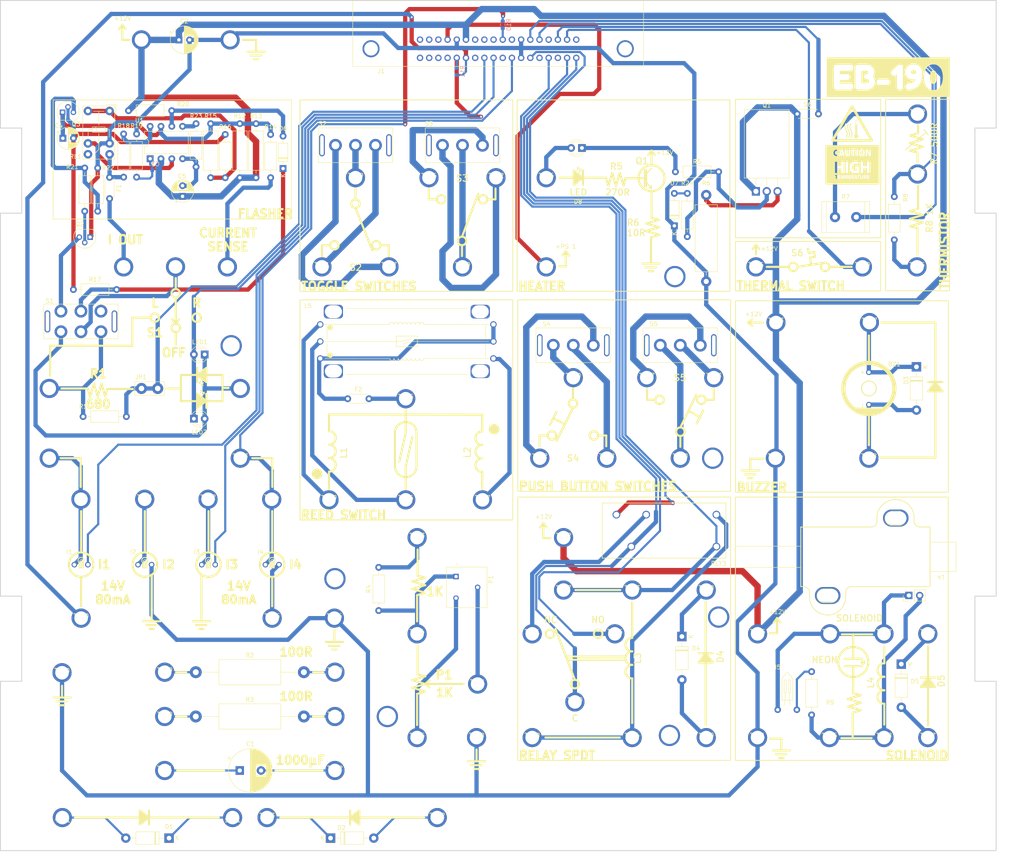
<source format=kicad_pcb>
(kicad_pcb (version 20221018) (generator pcbnew)
  (layers (0 "F.Cu" signal) (31 "B.Cu" signal) (34 "B.Paste" user) (35 "F.Paste" user) (36 "B.SilkS" user "B.Silkscreen") (37 "F.SilkS" user "F.Silkscreen") (38 "B.Mask" user) (39 "F.Mask" user) (44 "Edge.Cuts" user))
  (net 0 "")
  (net 1 "Net-(BZ1--)")
  (net 2 "Net-(BZ1-+)")
  (net 3 "Net-(C1-Pad1)")
  (net 4 "Net-(C1-Pad2)")
  (net 5 "+12V")
  (net 6 "GND")
  (net 7 "Net-(U1-VSS)")
  (net 8 "/FAULT")
  (net 9 "Net-(Q3-B)")
  (net 10 "Net-(C5-Pad2)")
  (net 11 "Net-(D1-K)")
  (net 12 "Net-(D1-A)")
  (net 13 "Net-(D2-K)")
  (net 14 "Net-(D2-A)")
  (net 15 "Net-(D4-K)")
  (net 16 "Net-(D4-A)")
  (net 17 "Net-(D5-K)")
  (net 18 "Net-(D5-A)")
  (net 19 "/C2")
  (net 20 "Net-(D6-A)")
  (net 21 "Net-(D7-A)")
  (net 22 "Net-(D8-K)")
  (net 23 "Net-(D8-A)")
  (net 24 "/RLY1_NO2")
  (net 25 "Net-(F1-Pad2)")
  (net 26 "Net-(F2-Pad1)")
  (net 27 "Net-(F2-Pad2)")
  (net 28 "Net-(I1-+)")
  (net 29 "/I1")
  (net 30 "Net-(I2-+)")
  (net 31 "Net-(I3-+)")
  (net 32 "/I3")
  (net 33 "/I4")
  (net 34 "Net-(I4--)")
  (net 35 "Net-(I5-+)")
  (net 36 "Net-(I5--)")
  (net 37 "/BLNK_RES")
  (net 38 "/RLY_NC")
  (net 39 "Net-(L4-+)")
  (net 40 "/BLNK_LED_A")
  (net 41 "Net-(P1-Pad1)")
  (net 42 "Net-(P1-Pad2)")
  (net 43 "Net-(P1-Pad3)")
  (net 44 "Net-(Q1-B)")
  (net 45 "Net-(Q1-E)")
  (net 46 "Net-(Q2-B)")
  (net 47 "Net-(R1-Pad1)")
  (net 48 "Net-(R2-Pad1)")
  (net 49 "Net-(R2-Pad2)")
  (net 50 "Net-(R3-Pad1)")
  (net 51 "Net-(R3-Pad2)")
  (net 52 "Net-(R4-Pad2)")
  (net 53 "Net-(R7-Pad1)")
  (net 54 "/THERMISTOR_A")
  (net 55 "Net-(R8-Pad1)")
  (net 56 "/THERMISTOR_B")
  (net 57 "Net-(J1-Pin_28)")
  (net 58 "/I1_R")
  (net 59 "Net-(R14-Pad1)")
  (net 60 "/RLY1_C2")
  (net 61 "Net-(U1-START)")
  (net 62 "Net-(R23-Pad1)")
  (net 63 "Net-(L5-Pad1A)")
  (net 64 "/RLY1_COIL")
  (net 67 "Net-(S1-B-Pad5)")
  (net 68 "Net-(S2-A)")
  (net 69 "Net-(S2-B)")
  (net 70 "Net-(S2-C)")
  (net 71 "Net-(S3-A)")
  (net 72 "Net-(S3-B)")
  (net 73 "Net-(S3-C)")
  (net 74 "Net-(S4-A)")
  (net 75 "Net-(S4-B)")
  (net 76 "Net-(S4-C)")
  (net 77 "Net-(S5-A)")
  (net 78 "Net-(S5-B)")
  (net 79 "Net-(S5-C)")
  (net 80 "/THERM_SW")
  (net 81 "/+PS_1")
  (net 82 "/RLY_NO_BN")
  (net 83 "Net-(L5-Pad2B)")
  (net 84 "/RLY_C")
  (net 85 "Net-(L5-Pad3)")
  (net 94 "/RLY_NO")
  (net 103 "/THERM_SW_PIN")
  (net 105 "/RLY_COIL")
  (net 106 "Net-(Q3-E)")
  (net 107 "Net-(RLY3-Pad1)")
  (net 108 "Net-(LED1-K)")
  (net 109 "Net-(Q2-E)")
  (footprint "firmlogik-conn:2mm BANANNA PLUG" (layer "F.Cu") (at 191.77 150.114)
    (fp_text reference "TP23")
    (fp_text value "TestPoint")
  )
  (footprint "firmlogik-conn:2mm BANANNA PLUG" (layer "F.Cu") (at 309.245 86.487)
    (fp_text reference "TP75")
    (fp_text value "TestPoint")
  )
  (footprint "firmlogik-conn:2mm BANANNA PLUG" (layer "F.Cu") (at 189.103 117.475)
    (fp_text reference "TP45")
    (fp_text value "TestPoint")
  )
  (footprint "Resistor_THT:R_Axial_DIN0309_L9.0mm_D3.2mm_P12.70mm_Horizontal" (layer "F.Cu") (at 153.924 52.832 -90)
    (fp_text reference "R13")
    (fp_text value "1R")
  )
  (footprint "firmlogik-conn:2mm BANANNA PLUG" (layer "F.Cu") (at 311.786 172.72)
    (fp_text reference "TP76")
    (fp_text value "TestPoint")
  )
  (footprint "firmlogik-mech:DPDT MECHANICAL" (layer "F.Cu") (at 112.775 99.314)
    (fp_text reference "S1")
    (fp_text value "SW_Push_DPDT")
  )
  (footprint "firmlogik-opto:INCADESCENT BULB" (layer "F.Cu") (at 127.783167 156.464)
    (fp_text reference "I2")
    (fp_text value "INCADESCENT-BULB")
  )
  (footprint "Resistor_THT:R_Axial_DIN0207_L6.3mm_D2.5mm_P10.16mm_Horizontal" (layer "F.Cu") (at 252.476 64.135)
    (fp_text reference "R5")
    (fp_text value "270R")
  )
  (footprint "firmlogik-conn:2mm BANANNA PLUG" (layer "F.Cu") (at 275.971 131.445)
    (fp_text reference "TP54")
    (fp_text value "TestPoint")
  )
  (footprint "firmlogik-resistor:TRIM_3310Y-011-102L" (layer "F.Cu") (at 203.454 161.798 -90)
    (fp_text reference "P1")
    (fp_text value "R_Potentiometer")
  )
  (footprint "firmlogik-conn:2mm BANANNA PLUG" (layer "F.Cu") (at 127 33.147)
    (fp_text reference "TP1")
    (fp_text value "TestPoint")
  )
  (footprint "firmlogik-conn:2mm BANANNA PLUG" (layer "F.Cu") (at 108.4115 215.9 180)
    (fp_text reference "TP74")
    (fp_text value "TestPoint")
  )
  (footprint "LED_THT:LED_D3.0mm" (layer "F.Cu") (at 139.314 122.174)
    (fp_text reference "LED2")
    (fp_text value "LED")
  )
  (footprint "firmlogik-conn:2mm BANANNA PLUG" (layer "F.Cu") (at 288.799 172.72)
    (fp_text reference "TP64")
    (fp_text value "TestPoint")
  )
  (footprint "firmlogik-conn:2mm BANANNA PLUG" (layer "F.Cu") (at 172.461 192.148)
    (fp_text reference "TP71")
    (fp_text value "TestPoint")
  )
  (footprint "firmlogik-conn:2mm BANANNA PLUG" (layer "F.Cu") (at 157.712834 169.037)
    (fp_text reference "TP15")
    (fp_text value "TestPoint")
  )
  (footprint "Resistor_THT:R_Axial_DIN0207_L6.3mm_D2.5mm_P10.16mm_Horizontal" (layer "F.Cu") (at 116.713 63.246 -90)
    (fp_text reference "R22")
    (fp_text value "10K")
  )
  (footprint "Capacitor_THT:C_Disc_D4.3mm_W1.9mm_P5.00mm" (layer "F.Cu") (at 281.091 50.546)
    (fp_text reference "S6")
    (fp_text value "~")
  )
  (footprint "TestPoint:TestPoint_Bridge_Pitch3.81mm_Drill1.3mm" (layer "F.Cu") (at 127 115.062)
    (fp_text reference "JP1")
    (fp_text value "Jumper_2_Bridged")
  )
  (footprint "firmlogik-conn:2mm BANANNA PLUG" (layer "F.Cu") (at 207.137 141.239)
    (fp_text reference "TP47")
    (fp_text value "TestPoint")
  )
  (footprint "firmlogik-conn:2mm BANANNA PLUG" (layer "F.Cu") (at 276.099 99.568)
    (fp_text reference "TP53")
    (fp_text value "TestPoint")
  )
  (footprint "firmlogik-conn:2mm BANANNA PLUG" (layer "F.Cu") (at 112.776 141.097)
    (fp_text reference "TP7")
    (fp_text value "TestPoint")
  )
  (footprint "firmlogik-opto:INCADESCENT BULB" (layer "F.Cu") (at 112.818334 156.464)
    (fp_text reference "I1")
    (fp_text value "INCADESCENT-BULB")
  )
  (footprint "Capacitor_THT:CP_Radial_D10.0mm_P5.00mm" (layer "F.Cu") (at 150.093323 204.839)
    (fp_text reference "C1")
    (fp_text value "C_Polarized")
  )
  (footprint "LED_THT:LED_D3.0mm" (layer "F.Cu") (at 141.859 107.061 180)
    (fp_text reference "LED1")
    (fp_text value "LED")
  )
  (footprint "firmlogik-mech:BUTTON-SPDT-MECHANICAL" (layer "F.Cu") (at 228.474 104.902)
    (fp_text reference "S4")
    (fp_text value "SW_SPDT")
  )
  (footprint "firmlogik-conn:2mm BANANNA PLUG" (layer "F.Cu") (at 148.4115 215.9 180)
    (fp_text reference "TP63")
    (fp_text value "TestPoint")
  )
  (footprint "Resistor_THT:R_Axial_DIN0614_L14.3mm_D5.7mm_P25.40mm_Horizontal" (layer "F.Cu") (at 139.761 192.148)
    (fp_text reference "R3")
    (fp_text value "100R")
  )
  (footprint "firmlogik-conn:2mm BANANNA PLUG" (layer "F.Cu") (at 218.822 197.104)
    (fp_text reference "TP38")
    (fp_text value "TestPoint")
  )
  (footprint "firmlogik-conn:2mm BANANNA PLUG" (layer "F.Cu") (at 205.74 197.104)
    (fp_text reference "TP28")
    (fp_text value "TestPoint")
  )
  (footprint "firmlogik-conn:2mm BANANNA PLUG" (layer "F.Cu") (at 245.746 112.522)
    (fp_text reference "TP27")
    (fp_text value "TestPoint")
  )
  (footprint "firmlogik-conn:2mm BANANNA PLUG" (layer "F.Cu") (at 271.781 197.104)
    (fp_text reference "TP51")
    (fp_text value "TestPoint")
  )
  (footprint "firmlogik-conn:2mm BANANNA PLUG" (layer "F.Cu") (at 132.461 181.737)
    (fp_text reference "TP59")
    (fp_text value "TestPoint")
  )
  (footprint "firmlogik-conn:2mm BANANNA PLUG" (layer "F.Cu") (at 150.219834 131.445)
    (fp_text reference "TP13")
    (fp_text value "TestPoint")
  )
  (footprint "Resistor_THT:R_Axial_DIN0207_L6.3mm_D2.5mm_P10.16mm_Horizontal" (layer "F.Cu") (at 284.48 181.61 -90)
    (fp_text reference "R9")
    (fp_text value "10K")
  )
  (footprint "Resistor_THT:R_Axial_DIN0207_L6.3mm_D2.5mm_P10.16mm_Horizontal" (layer "F.Cu") (at 113.284 121.666)
    (fp_text reference "R1")
    (fp_text value "680R")
  )
  (footprint "firmlogik-conn:2mm BANANNA PLUG" (layer "F.Cu") (at 171.069 141.239)
    (fp_text reference "TP39")
    (fp_text value "TestPoint")
  )
  (footprint "firmlogik-mech:ADAFruit Solenoid" (layer "F.Cu") (at 312.361 140.953 180)
    (fp_text reference "L4")
    (fp_text value "ElectromagneticActor")
  )
  (footprint "Diode_THT:D_DO-35_SOD27_P7.62mm_Horizontal" (layer "F.Cu") (at 252.222 76.835 90)
    (fp_text reference "D7")
    (fp_text value "1N4148")
  )
  (footprint "Diode_THT:D_DO-41_SOD81_P10.16mm_Horizontal" (layer "F.Cu") (at 254.001 173.355 -90)
    (fp_text reference "D4")
    (fp_text value "1N4007")
  )
  (footprint "firmlogik-conn:2mm BANANNA PLUG" (layer "F.Cu") (at 298.07 99.568)
    (fp_text reference "TP57")
    (fp_text value "TestPoint")
  )
  (footprint "firmlogik-conn:2mm BANANNA PLUG" (layer "F.Cu") (at 132.461 204.839)
    (fp_text reference "TP61")
    (fp_text value "TestPoint")
  )
  (footprint "firmlogik-conn:2mm BANANNA PLUG" (layer "F.Cu") (at 189.103 141.239)
    (fp_text reference "TP46")
    (fp_text value "TestPoint")
  )
  (footprint "firmlogik-opto:INCADESCENT BULB" (layer "F.Cu") (at 157.712834 156.464)
    (fp_text reference "I4")
    (fp_text value "INCADESCENT-BULB")
  )
  (footprint "Capacitor_THT:CP_Radial_D6.3mm_P2.50mm" (layer "F.Cu") (at 135.803 33.147)
    (fp_text reference "C2")
    (fp_text value "C_Polarized")
  )
  (footprint "firmlogik-mech:BUTTON-SPDT-MECHANICAL" (layer "F.Cu") (at 177.292 57.912 180)
    (fp_text reference "S2")
    (fp_text value "SW_SPDT")
  )
  (footprint "firmlogik-conn:2mm BANANNA PLUG" (layer "F.Cu") (at 226.188 162.433)
    (fp_text reference "TP37")
    (fp_text value "TestPoint")
  )
  (footprint "firmlogik-conn:2mm BANANNA PLUG" (layer "F.Cu") (at 210.312 65.532)
    (fp_text reference "TP32")
    (fp_text value "TestPoint")
  )
  (footprint "LED_THT:LED_D3.0mm" (layer "F.Cu") (at 230.51 58.547 180)
    (fp_text reference "D8")
    (fp_text value "LED")
  )
  (footprint "firmlogik-conn:2mm BANANNA PLUG" (layer "F.Cu") (at 259.716 197.104)
    (fp_text reference "TP49")
    (fp_text value "TestPoint")
  )
  (footprint "firmlogik-conn:2mm BANANNA PLUG" (layer "F.Cu") (at 177.292 65.532)
    (fp_text reference "TP19")
    (fp_text value "TestPoint")
  )
  (footprint "firmlogik-conn:2mm BANANNA PLUG" (layer "F.Cu") (at 301.499 172.72)
    (fp_text reference "TP67")
    (fp_text value "TestPoint")
  )
  (footprint "Resistor_THT:R_Axial_DIN0309_L9.0mm_D3.2mm_P12.70mm_Horizontal" (layer "F.Cu") (at 143.256 52.832 -90)
    (fp_text reference "R15")
    (fp_text value "1R")
  )
  (footprint "firmlogik-conn:2mm BANANNA PLUG" (layer "F.Cu") (at 132.461 192.148)
    (fp_text reference "TP60")
    (fp_text value "TestPoint")
  )
  (footprint "Resistor_THT:R_Axial_DIN0207_L6.3mm_D2.5mm_P10.16mm_Horizontal" (layer "F.Cu") (at 122.809 65.405 90)
    (fp_text reference "R18")
    (fp_text value "3K3")
  )
  (footprint "firmlogik-conn:2mm BANANNA PLUG" (layer "F.Cu") (at 228.854 188.722)
    (fp_text reference "TP40")
    (fp_text value "TestPoint")
  )
  (footprint "firmlogik-conn:2mm BANANNA PLUG" (layer "F.Cu") (at 309.372 50.5714)
    (fp_text reference "TP52")
    (fp_text value "TestPoint")
  )
  (footprint "Resistor_THT:R_Radial_Power_L11.0mm_W7.0mm_P5.00mm" (layer "F.Cu") (at 289.981 74.784)
    (fp_text reference "R7")
    (fp_text value "Thermistor")
  )
  (footprint "firmlogik-conn:2mm BANANNA PLUG" (layer "F.Cu") (at 150.219834 115.062)
    (fp_text reference "TP8")
    (fp_text value "TestPoint")
  )
  (footprint "Diode_THT:D_DO-35_SOD27_P7.62mm_Horizontal" (layer "F.Cu") (at 160.274 63.373 90)
    (fp_text reference "D6")
    (fp_text value "1N4148")
  )
  (footprint "firmlogik-conn:2mm BANANNA PLUG" (layer "F.Cu") (at 142.642166 141.097)
    (fp_text reference "TP12")
    (fp_text value "TestPoint")
  )
  (footprint "firmlogik-opto:INCADESCENT BULB" (layer "F.Cu") (at 142.748 156.464)
    (fp_text reference "I3")
    (fp_text value "INCADESCENT-BULB")
  )
  (footprint "firmlogik-conn:2mm BANANNA PLUG" (layer "F.Cu") (at 311.786 197.104)
    (fp_text reference "TP77")
    (fp_text value "TestPoint")
  )
  (footprint "Resistor_THT:R_Axial_DIN0207_L6.3mm_D2.5mm_P10.16mm_Horizontal" (layer "F.Cu") (at 139.827 52.832 -90)
    (fp_text reference "R23")
    (fp_text value "1K5")
  )
  (footprint "firmlogik-conn:2mm BANANNA PLUG" (layer "F.Cu") (at 105.325334 131.445)
    (fp_text reference "TP6")
    (fp_text value "TestPoint")
  )
  (footprint "firmlogik-conn:2mm BANANNA PLUG" (layer "F.Cu") (at 172.339 169.037)
    (fp_text reference "TP16")
    (fp_text value "TestPoint")
  )
  (footprint "firmlogik-conn:2mm BANANNA PLUG" (layer "F.Cu") (at 172.461 204.839)
    (fp_text reference "TP72")
    (fp_text value "TestPoint")
  )
  (footprint "firmlogik-conn:2mm BANANNA PLUG" (layer "F.Cu") (at 202.438 86.487)
    (fp_text reference "TP29")
    (fp_text value "TestPoint")
  )
  (footprint "firmlogik-relay:RELAY_G2R-1 AC12_OMR" (layer "F.Cu") (at 237.510004 152.213 -90)
    (fp_text reference "RLY3")
    (fp_text value "DIPxx-1Cxx-51x")
  )
  (footprint "Resistor_THT:R_Axial_DIN0207_L6.3mm_D2.5mm_P10.16mm_Horizontal" (layer "F.Cu") (at 182.753 167.259 90)
    (fp_text reference "R4")
    (fp_text value "1K")
  )
  (footprint "firmlogik-conn:2mm BANANNA PLUG" (layer "F.Cu") (at 122.809 86.487 90)
    (fp_text reference "TP5")
    (fp_text value "TestPoint")
  )
  (footprint "firmlogik-inductors:Dual Coil with Reed Relay" (layer "F.Cu") (at 189.357 104.013)
    (fp_text reference "L5")
    (fp_text value "~")
  )
  (footprint "firmlogik-conn:2mm BANANNA PLUG" (layer "F.Cu") (at 288.672 197.104)
    (fp_text reference "TP65")
    (fp_text value "TestPoint")
  )
  (footprint "firmlogik-conn:2mm BANANNA PLUG" (layer "F.Cu") (at 108.331 181.864)
    (fp_text reference "TP50")
    (fp_text value "TestPoint")
  )
  (footprint "firmlogik-conn:2mm BANANNA PLUG" (layer "F.Cu") (at 185.166 86.487)
    (fp_text reference "TP17")
    (fp_text value "TestPoint")
  )
  (footprint "Resistor_THT:R_Axial_DIN0207_L6.3mm_D2.5mm_P10.16mm_Horizontal" (layer "F.Cu") (at 125.857 65.405 90)
    (fp_text reference "R19")
    (fp_text value "220R")
  )
  (footprint "firmlogik-conn:2mm BANANNA PLUG" (layer "F.Cu") (at 191.77 197.104)
    (fp_text reference "TP25")
    (fp_text value "TestPoint")
  )
  (footprint "Diode_THT:D_DO-41_SOD81_P10.16mm_Horizontal" (layer "F.Cu") (at 171.4305 220.726)
    (fp_text reference "D2")
    (fp_text value "1N4007")
  )
  (footprint "Capacitor_THT:CP_Radial_D5.0mm_P2.50mm" (layer "F.Cu") (at 108.522888 56.261)
    (fp_text reference "C4")
    (fp_text value "C_Polarized")
  )
  (footprint "Resistor_THT:R_Axial_DIN0309_L9.0mm_D3.2mm_P12.70mm_Horizontal" (layer "F.Cu") (at 150.114 52.832 -90)
    (fp_text reference "R12")
    (fp_text value "1R")
  )
  (footprint "firmlogik-conn:2mm BANANNA PLUG" (layer "F.Cu") (at 228.474 112.522)
    (fp_text reference "TP20")
    (fp_text value "TestPoint")
  )
  (footprint "Resistor_THT:R_Axial_DIN0207_L6.3mm_D2.5mm_P10.16mm_Horizontal" (layer "F.Cu") (at 255.27 69.215 -90)
    (fp_text reference "R24")
    (fp_text value "100R")
  )
  (footprint "firmlogik-mech:BUTTON-SPDT-MECHANICAL" (layer "F.Cu") (at 202.438 57.912 180)
    (fp_text reference "S3")
    (fp_text value "SW_SPDT")
  )
  (footprint "firmlogik-conn:2mm BANANNA PLUG" (layer "F.Cu") (at 220.6 131.445)
    (fp_text reference "TP22")
    (fp_text value "TestPoint")
  )
  (footprint "firmlogik-conn:2mm BANANNA PLUG" (layer "F.Cu") (at 147.193 86.487 90)
    (fp_text reference "TP9")
    (fp_text value "TestPoint")
  )
  (footprint "firmlogik-conn:2mm BANANNA PLUG" (layer "F.Cu") (at 105.325334 115.062)
    (fp_text reference "TP3")
    (fp_text value "TestPoint")
  )
  (footprint "Resistor_THT:R_Axial_DIN0614_L14.3mm_D5.7mm_P25.40mm_Horizontal" (layer "F.Cu") (at 139.761 181.737)
    (fp_text reference "R2")
    (fp_text value "100R")
  )
  (footprint "firmlogik-mech:BUZZER 12mm Pitch 7.6mm" (layer "F.Cu") (at 297.942 115.062 -90)
    (fp_text reference "BZ1")
    (fp_text value "Buzzer")
  )
  (footprint "firmlogik-conn:2mm BANANNA PLUG" (layer "F.Cu") (at 242.317 197.104)
    (fp_text reference "TP44")
    (fp_text value "TestPoint")
  )
  (footprint "firmlogik-conn:2mm BANANNA PLUG" (layer "F.Cu") (at 147.828 33.147)
    (fp_text reference "TP2")
    (fp_text value "TestPoint")
  )
  (footprint "firmlogik-conn:2mm BANANNA PLUG" (layer "F.Cu") (at 226.188 150.114)
    (fp_text reference "TP42")
    (fp_text value "TestPoint")
  )
  (footprint "Diode_THT:D_DO-41_SOD81_P10.16mm_Horizontal" (layer "F.Cu") (at 305.562 179.832 -90)
    (fp_text reference "D5")
    (fp_text value "1N4007")
  )
  (footprint "firmlogik-conn:2mm BANANNA PLUG" (layer "F.Cu") (at 222.123 65.532)
    (fp_text reference "TP36")
    (fp_text value "TestPoint")
  )
  (footprint "firmlogik-conn:2mm BANANNA PLUG" (layer "F.Cu") (at 135.001 86.487)
    (fp_text reference "TP4")
    (fp_text value "TestPoint")
  )
  (footprint "firmlogik-conn:2mm BANANNA PLUG" (layer "F.Cu") (at 261.494 112.522)
    (fp_text reference "TP33")
    (fp_text value "TestPoint")
  )
  (footprint "firmlogik-conn:2mm BANANNA PLUG" (layer "F.Cu") (at 253.62 131.445)
    (fp_text reference "TP30")
    (fp_text value "TestPoint")
  )
  (footprint "firmlogik-conn:2mm BANANNA PLUG" (layer "F.Cu") (at 236.348 131.445)
    (fp_text reference "TP18")
    (fp_text value "TestPoint")
  )
  (footprint "firmlogik-conn:2mm BANANNA PLUG" (layer "F.Cu") (at 242.317 162.433)
    (fp_text reference "TP43")
    (fp_text value "TestPoint")
  )
  (footprint "Resistor_THT:R_Axial_DIN0207_L6.3mm_D2.5mm_P10.16mm_Horizontal" (layer "F.Cu") (at 123.952 49.784)
    (fp_text reference "R20")
    (fp_text value "1K")
  )
  (footprint "firmlogik-relay:JRC-23F" (layer "F.Cu") (at 116.967 48.664 -90)
    (fp_text reference "RL1")
    (fp_text value "~" hide)
  )
  (footprint "firmlogik-conn:2mm BANANNA PLUG" (layer "F.Cu") (at 194.564 65.532)
    (fp_text reference "TP26")
    (fp_text value "TestPoint")
  )
  (footprint "kibuzzard-65B90473" (layer "F.Cu") (at 302.514 41.91)
    (fp_text reference "kibuzzard-65B90473" hide)
    (fp_text value "G***" hide)
  )
  (footprint "Diode_THT:D_DO-41_SOD81_P10.16mm_Horizontal" (layer "F.Cu") (at 133.477 220.726 180)
    (fp_text reference "D1")
    (fp_text value "1N4007")
  )
  (footprint "firmlogik-conn:2mm BANANNA PLUG" (layer "F.Cu") (at 222.123 86.487)
    (fp_text reference "TP34")
    (fp_text value "TestPoint")
  )
  (footprint "Resistor_THT:R_Axial_DIN0207_L6.3mm_D2.5mm_P10.16mm_Horizontal" (layer "F.Cu") (at 303.911 80.137 90)
    (fp_text reference "R8")
    (fp_text value "1K")
  )
  (footprint "firmlogik-conn:2mm BANANNA PLUG" (layer "F.Cu") (at 127.762 141.097)
    (fp_text reference "TP11")
    (fp_text value "TestPoint")
  )
  (footprint "Resistor_THT:R_Axial_DIN0207_L6.3mm_D2.5mm_P10.16mm_Horizontal" (layer "F.Cu") (at 157.353 65.532 90)
    (fp_text reference "R14")
    (fp_text value "2K2")
  )
  (footprint "firmlogik-conn:2mm BANANNA PLUG" (layer "F.Cu") (at 297.942 131.445)
    (fp_text reference "TP58")
    (fp_text value "TestPoint")
  )
  (footprint "firmlogik-opto:NEON BULB" (layer "F.Cu") (at 278.766 190.561)
    (fp_text reference "I5")
    (fp_text value "NEON")
  )
  (footprint "Resistor_THT:R_Axial_DIN0207_L6.3mm_D2.5mm_P10.16mm_Horizontal" (layer "F.Cu") (at 146.685 65.532 90)
    (fp_text reference "R16")
    (fp_text value "1K")
  )
  (footprint "firmlogik-conn:2mm BANANNA PLUG" (layer "F.Cu") (at 157.607 141.097)
    (fp_text reference "TP14")
    (fp_text value "TestPoint")
  )
  (footprint "firmlogik-conn:2mm BANANNA PLUG" (layer "F.Cu") (at 296.418 86.487)
    (fp_text reference "TP69")
    (fp_text value "TestPoint")
  )
  (footprint "Diode_THT:D_DO-41_SOD81_P10.16mm_Horizontal" (layer "F.Cu") (at 309.118 109.982 -90)
    (fp_text reference "D3")
    (fp_text value "1N4007")
  )
  (footprint "firmlogik-conn:2mm BANANNA PLUG" (layer "F.Cu") (at 309.372 64.6684)
    (fp_text reference "TP66")
    (fp_text value "TestPoint")
  )
  (footprint "Resistor_THT:R_Axial_DIN0207_L6.3mm_D2.5mm_P10.16mm_Horizontal" (layer "F.Cu") (at 110.998 91.821)
    (fp_text reference "R17")
    (fp_text value "2K2")
  )
  (footprint "firmlogik-conn:2mm BANANNA PLUG" (layer "F.Cu") (at 271.781 172.72)
    (fp_text reference "TP55")
    (fp_text value "TestPoint")
  )
  (footprint "firmlogik-conn:2mm BANANNA PLUG" (layer "F.Cu") (at 238.252 172.72)
    (fp_text reference "TP35")
    (fp_text value "TestPoint")
  )
  (footprint "Package_TO_SOT_THT:TO-92" (layer "F.Cu") (at 108.458 50.165)
    (fp_text reference "Q3")
    (fp_text value "2N4126")
  )
  (footprint "firmlogik-conn:2mm BANANNA PLUG" (layer "F.Cu") (at 218.822 172.72)
    (fp_text reference "TP41")
    (fp_text value "TestPoint")
  )
  (footprint "Capacitor_THT:C_Disc_D4.3mm_W1.9mm_P5.00mm" (layer "F.Cu") (at 119.507 65.445 -90)
    (fp_text reference "F1")
    (fp_text value "Polyfuse")
  )
  (footprint "Package_TO_SOT_THT:TO-220F-3_Horizontal_TabDown" (layer "F.Cu") (at 271.399 68.74)
    (fp_text reference "Q1")
    (fp_text value "NPN")
  )
  (footprint "Capacitor_THT:CP_Radial_D5.0mm_P2.50mm" (layer "F.Cu") (at 136.652 69.912113 90)
    (fp_text reference "C5")
    (fp_text value "C_Polarized")
  )
  (footprint "firmlogik-conn:2mm BANANNA PLUG" (layer "F.Cu") (at 301.499 197.104)
    (fp_text reference "TP68")
    (fp_text value "TestPoint")
  )
  (footprint "firmlogik-conn:2mm BANANNA PLUG" (layer "F.Cu") (at 205.994 184.531)
    (fp_text reference "TP31")
    (fp_text value "TestPoint")
  )
  (footprint "Capacitor_THT:C_Disc_D4.3mm_W1.9mm_P5.00mm" (layer "F.Cu") (at 175.467 117.475)
    (fp_text reference "F2")
    (fp_text value "Polyfuse")
  )
  (footprint "firmlogik-conn:2mm BANANNA PLUG" (layer "F.Cu") (at 172.461 181.737)
    (fp_text reference "TP70")
    (fp_text value "TestPoint")
  )
  (footprint "Resistor_THT:R_Axial_DIN0516_L15.5mm_D5.0mm_P20.32mm_Horizontal" (layer "F.Cu") (at 259.715 69.596 -90)
    (fp_text reference "R6")
    (fp_text value "10R")
  )
  (footprint "LOGO" (layer "F.Cu") (at 294.005 57.658)
    (fp_text reference "G***" hide)
    (fp_text value "LOGO" hide)
  )
  (footprint "firmlogik-mech:BUTTON-SPDT-MECHANICAL" (layer "F.Cu") (at 253.62 104.902)
    (fp_text reference "S5")
    (fp_text value "SW_SPDT")
  )
  (footprint "firmlogik-conn:2mm BANANNA PLUG" (layer "F.Cu") (at 191.77 172.72)
    (fp_text reference "TP24")
    (fp_text value "TestPoint")
  )
  (footprint "Package_TO_SOT_THT:TO-92" (layer "F.Cu") (at 114.935 79.502 180)
    (fp_text reference "Q2")
    (fp_text value "NPN")
  )
  (footprint "firmlogik-conn:2mm BANANNA PLUG" (layer "F.Cu") (at 196.5105 215.9)
    (fp_text reference "TP62")
    (fp_text value "TestPoint")
  )
  (footprint "firmlogik-conn:2mm BANANNA PLUG" (layer "F.Cu") (at 169.418 86.487)
    (fp_text reference "TP21")
    (fp_text value "TestPoint")
  )
  (footprint "firmlogik-conn:2mm BANANNA PLUG" (layer "F.Cu") (at 156.5105 215.9)
    (fp_text reference "TP73")
    (fp_text value "TestPoint")
  )
  (footprint "firmlogik-conn:2mm BANANNA PLUG" (layer "F.Cu") (at 259.716 162.433)
    (fp_text reference "TP48")
    (fp_text value "TestPoint")
  )
  (footprint "firmlogik-conn:2mm BANANNA PLUG" (layer "F.Cu") (at 112.818334 169.037)
    (fp_text reference "TP10")
    (fp_text value "TestPoint")
  )
  (footprint "Resistor_THT:R_Axial_DIN0207_L6.3mm_D2.5mm_P10.16mm_Horizontal" (layer "F.Cu") (at 113.665 63.246 -90)
    (fp_text reference "R21")
    (fp_text value "10K")
  )
  (footprint "firmlogik-conn:Centronics Connector" (layer "F.Cu") (at 210.737055 35.373625)
    (fp_text reference "J1")
    (fp_text value "Conn_02x18_Top_Bottom")
  )
  (footprint "firmlogik-conn:2mm BANANNA PLUG" (layer "F.Cu") (at 271.399 86.487)
    (fp_text reference "TP56")
    (fp_text value "TestPoint")
  )
  (footprint "Package_DIP:DIP-8_W7.62mm" (layer "F.Cu") (at 129.042 61.077 90)
    (fp_text reference "U1")
    (fp_text value "MC33193")
  )
  (footprint "Resistor_SMD:R_0603_1608Metric" (layer "B.Cu") (at 211.894901 29.58325 90)
    (fp_text reference "R10")
    (fp_text value "100R")
  )
  (footprint "Capacitor_SMD:C_0603_1608Metric" (layer "B.Cu") (at 130.302 63.754 180)
    (fp_text reference "C3")
    (fp_text value "100nF")
  )
  (footprint "Resistor_SMD:R_0603_1608Metric" (layer "B.Cu") (at 201.041 40.576 90)
    (fp_text reference "R11")
    (fp_text value "100R")
  )
  (gr_line (start 246.866815 59.171435) (end 247.628815 60.187435) (stroke (width 0.5)) (layer "F.SilkS"))
  (gr_line (start 220.5435 126.111) (end 220.5435 128.647937) (stroke (width 0.5)) (layer "F.SilkS"))
  (gr_line (start 140.081 110.236) (end 140.081 113.538) (stroke (width 0.5)) (layer "F.SilkS"))
  (gr_line (start 135.0565 99.838) (end 135.874 98.806) (stroke (width 0.5)) (layer "F.SilkS"))
  (gr_line (start 242.316 193.675) (end 242.316 183.1975) (stroke (width 0.5)) (layer "F.SilkS"))
  (gr_line (start 146.05 111.887) (end 146.05 114.935) (stroke (width 0.5)) (layer "F.SilkS"))
  (gr_line (start 169.418 81.407) (end 169.418 83.943937) (stroke (width 0.5)) (layer "F.SilkS"))
  (gr_circle (center 207.28 70.612) (end 206.28 70.612) (stroke (width 0.5)) (fill none) (layer "F.SilkS"))
  (gr_line (start 236.1565 65.532) (end 236.728 67.437) (stroke (width 0.5)) (layer "F.SilkS"))
  (gr_line (start 271.399 83.566) (end 271.399 81.28) (stroke (width 0.5)) (layer "F.SilkS"))
  (gr_line (start 315.087 115.57) (end 312.42 115.316) (stroke (width 0.5)) (layer "F.SilkS"))
  (gr_line (start 127.783167 153.589) (end 127.783167 143.891) (stroke (width 0.5)) (layer "F.SilkS"))
  (gr_line (start 228.4015 117.618) (end 228.4015 115.062) (stroke (width 0.5)) (layer "F.SilkS"))
  (gr_line (start 136.271 111.887) (end 146.05 111.887) (stroke (width 0.5)) (layer "F.SilkS"))
  (gr_line (start 124.968 115.189) (end 118.9355 115.189) (stroke (width 0.5)) (layer "F.SilkS"))
  (gr_line (start 310.7055 184.785) (end 313.1185 184.658) (stroke (width 0.5)) (layer "F.SilkS"))
  (gr_line (start 228.6 67.183) (end 228.6 63.881) (stroke (width 0.5)) (layer "F.SilkS"))
  (gr_circle (center 209.8675 124.6505) (end 208.8675 124.6505) (stroke (width 0.5)) (fill solid) (layer "F.SilkS"))
  (gr_line (start 253.635 124.222) (end 257.429 116.459) (stroke (width 0.5)) (layer "F.SilkS"))
  (gr_line (start 226.695 82.804) (end 227.457 83.82) (stroke (width 0.5)) (layer "F.SilkS"))
  (gr_line (start 294.132 191.262) (end 296.037 190.6905) (stroke (width 0.5)) (layer "F.SilkS"))
  (gr_line (start 253.635 126.222) (end 253.635 128.778) (stroke (width 0.5)) (layer "F.SilkS"))
  (gr_line (start 108.331 187.690125) (end 108.331 184.927875) (stroke (width 0.5)) (layer "F.SilkS"))
  (gr_line (start 228.854 183.531) (end 224.282 171.577) (stroke (width 0.5)) (layer "F.SilkS"))
  (gr_line (start 141.097 167.005) (end 141.097 158.75) (stroke (width 0.5)) (layer "F.SilkS"))
  (gr_line (start 141.859 113.03) (end 141.732 110.617) (stroke (width 0.5)) (layer "F.SilkS"))
  (gr_line (start 140.843 117.094) (end 141.1605 118.8085) (stroke (width 0.5)) (layer "F.SilkS"))
  (gr_line (start 172.339 174.625) (end 172.339 171.86275) (stroke (width 0.5)) (layer "F.SilkS"))
  (gr_line (start 194.5085 70.610469) (end 194.5085 68.073532) (stroke (width 0.5)) (layer "F.SilkS"))
  (gr_line (start 178.181 214.249) (end 176.022 215.9) (stroke (width 0.5)) (layer "F.SilkS"))
  (gr_line (start 310.1975 185.166) (end 311.8485 183.007) (stroke (width 0.5)) (layer "F.SilkS"))
  (gr_line (start 142.113 110.363) (end 141.859 113.03) (stroke (width 0.5)) (layer "F.SilkS"))
  (gr_line (start 236.728 67.437) (end 237.617 64.389) (stroke (width 0.5)) (layer "F.SilkS"))
  (gr_line (start 245.45925 63.8175) (end 245.45925 67.5005) (stroke (width 0.75)) (layer "F.SilkS"))
  (gr_line (start 177.419 216.789) (end 177.1015 215.0745) (stroke (width 0.5)) (layer "F.SilkS"))
  (gr_line (start 313.563 131.318) (end 300.863 131.318) (stroke (width 0.5)) (layer "F.SilkS"))
  (gr_line (start 259.588 165.227) (end 259.588 194.183) (stroke (width 0.5)) (layer "F.SilkS"))
  (gr_line (start 191.643 125.476) (end 191.643 133.35) (stroke (width 0.5)) (layer "F.SilkS"))
  (gr_line (start 202.327 81.391) (end 202.327 83.947) (stroke (width 0.5)) (layer "F.SilkS"))
  (gr_line (start 194.707 183.68175) (end 193.675 184.49925) (stroke (width 0.5)) (layer "F.SilkS"))
  (gr_line (start 291.83 86.487) (end 289.909 86.487) (stroke (width 0.5)) (layer "F.SilkS"))
  (gr_arc (start 301.5615 182.8165) (mid 299.974 181.229) (end 301.5615 179.6415) (stroke (width 0.5)) (layer "F.SilkS"))
  (gr_line (start 297.942 102.616) (end 297.942 109.062) (stroke (width 0.5)) (layer "F.SilkS"))
  (gr_line (start 140.081 119.634) (end 140.081 116.332) (stroke (width 0.5)) (layer "F.SilkS"))
  (gr_line (start 140.6525 113.919) (end 141.0335 113.792) (stroke (width 0.2)) (layer "F.SilkS"))
  (gr_circle (center 258.572 117.729) (end 257.572 117.729) (stroke (width 0.5)) (fill none) (layer "F.SilkS"))
  (gr_line (start 301.5615 194.056) (end 301.5615 189.1665) (stroke (width 0.5)) (layer "F.SilkS"))
  (gr_line (start 127.889 215.265) (end 127.889 216.408) (stroke (width 0.5)) (layer "F.SilkS"))
  (gr_line (start 142.24 113.538) (end 140.081 111.887) (stroke (width 0.5)) (layer "F.SilkS"))
  (gr_circle (center 135.0565 100.838) (end 136.0565 100.838) (stroke (width 0.5)) (fill none) (layer "F.SilkS"))
  (gr_line (start 193.675 186.27725) (end 190.627 185.38825) (stroke (width 0.5)) (layer "F.SilkS"))
  (gr_line (start 141.0335 114.046) (end 141.1605 114.427) (stroke (width 0.2)) (layer "F.SilkS"))
  (gr_circle (center 253.635 125.222) (end 252.635 125.222) (stroke (width 0.5)) (fill none) (layer "F.SilkS"))
  (gr_line (start 309.372 77.4065) (end 307.594 76.962) (stroke (width 0.5)) (layer "F.SilkS"))
  (gr_line (start 311.8485 175.641) (end 311.8485 194.31) (stroke (width 0.5)) (layer "F.SilkS"))
  (gr_arc (start 242.316 176.8475) (mid 240.7285 175.26) (end 242.316 173.6725) (stroke (width 0.5)) (layer "F.SilkS"))
  (gr_line (start 114.3635 115.062) (end 114.935 116.967) (stroke (width 0.5)) (layer "F.SilkS"))
  (gr_line (start 135.0565 99.838) (end 134.239 98.806) (stroke (width 0.5)) (layer "F.SilkS"))
  (gr_line (start 276.352 172.593) (end 276.352 169.037) (stroke (width 0.5)) (layer "F.SilkS"))
  (gr_line (start 207.0735 138.6205) (end 207.0735 134.6835) (stroke (width 0.5)) (layer "F.SilkS"))
  (gr_line (start 246.866815 68.80225) (end 246.866815 74.96175) (stroke (width 0.5)) (layer "F.SilkS"))
  (gr_line (start 258.699 178.689) (end 260.4135 178.3715) (stroke (width 0.5)) (layer "F.SilkS"))
  (gr_line (start 228.6 67.183) (end 230.759 65.532) (stroke (width 0.5)) (layer "F.SilkS"))
  (gr_line (start 277.368 200.12025) (end 277.368 197.358) (stroke (width 0.5)) (layer "F.SilkS"))
  (gr_line (start 141.478 112.776) (end 141.1605 111.0615) (stroke (width 0.5)) (layer "F.SilkS"))
  (gr_line (start 248.644815 75.40625) (end 245.596815 76.29525) (stroke (width 0.5)) (layer "F.SilkS"))
  (gr_line (start 178.181 214.249) (end 178.181 217.551) (stroke (width 0.5)) (layer "F.SilkS"))
  (gr_line (start 128.894435 171.577) (end 129.910435 171.577) (stroke (width 0.5)) (layer "F.SilkS"))
  (gr_line (start 134.239 98.806) (end 135.0565 99.838) (stroke (width 0.5)) (layer "F.SilkS"))
  (gr_line (start 116.713 116.967) (end 115.824 113.919) (stroke (width 0.5)) (layer "F.SilkS"))
  (gr_line (start 312.928 114.427) (end 314.071 114.427) (stroke (width 0.5)) (layer "F.SilkS"))
  (gr_line (start 313.4995 185.166) (end 311.8485 183.007) (stroke (width 0.5)) (layer "F.SilkS"))
  (gr_rect (start 266.592 80.5434) (end 300.717 92.1258) (stroke (width 0.2)) (fill none) (layer "F.SilkS"))
  (gr_circle (center 168.275 135.128) (end 169.275 135.128) (stroke (width 0.5)) (fill solid) (layer "F.SilkS"))
  (gr_line (start 229.362 64.643) (end 229.6795 66.3575) (stroke (width 0.5)) (layer "F.SilkS"))
  (gr_line (start 128.132435 170.688) (end 130.545435 170.688) (stroke (width 0.5)) (layer "F.SilkS"))
  (gr_line (start 171.069 134.62) (end 171.069 138.557) (stroke (width 0.5)) (layer "F.SilkS"))
  (gr_line (start 240.76025 178.051701) (end 226.822 178.056299) (stroke (width 0.5)) (layer "F.SilkS"))
  (gr_line (start 255.532 120.3405) (end 258.22675 121.793) (stroke (width 0.5)) (layer "F.SilkS"))
  (gr_line (start 122.4915 33.147) (end 122.4915 29.591) (stroke (width 0.5)) (layer "F.SilkS"))
  (gr_line (start 238.506 67.437) (end 237.617 64.389) (stroke (width 0.5)) (layer "F.SilkS"))
  (gr_arc (start 171.069 128.27) (mid 172.6565 129.8575) (end 171.069 131.445) (stroke (width 0.5)) (layer "F.SilkS"))
  (gr_line (start 259.572 117.729) (end 261.493 117.729) (stroke (width 0.5)) (layer "F.SilkS"))
  (gr_line (start 108.0135 131.445) (end 112.7125 131.445) (stroke (width 0.5)) (layer "F.SilkS"))
  (gr_line (start 223.0755 150.241) (end 221.4245 150.241) (stroke (width 0.5)) (layer "F.SilkS"))
  (gr_line (start 127.127 217.17) (end 127.381 215.011) (stroke (width 0.5)) (layer "F.SilkS"))
  (gr_line (start 309.499 72.8345) (end 307.594 73.406) (stroke (width 0.5)) (layer "F.SilkS"))
  (gr_line (start 178.181 217.551) (end 176.022 215.9) (stroke (width 0.5)) (layer "F.SilkS"))
  (gr_line (start 245.8165 117.727468) (end 247.7375 117.727468) (stroke (width 0.5)) (layer "F.SilkS"))
  (gr_line (start 313.4995 185.166) (end 310.1975 185.166) (stroke (width 0.5)) (layer "F.SilkS"))
  (gr_line (start 136.271 114.8715) (end 136.271 118.0465) (stroke (width 0.5)) (layer "F.SilkS"))
  (gr_line (start 189.103 135.89) (end 189.103 133.35) (stroke (width 0.5)) (layer "F.SilkS"))
  (gr_rect (start 106.239 47.244) (end 162.239 75.244) (stroke (width 0.15)) (fill none) (layer "F.SilkS"))
  (gr_line (start 239.395 197.104) (end 221.9325 197.104) (stroke (width 0.5)) (layer "F.SilkS"))
  (gr_line (start 276.352 172.593) (end 274.701 172.593) (stroke (width 0.5)) (layer "F.SilkS"))
  (gr_line (start 315.214 115.697) (end 311.912 115.697) (stroke (width 0.5)) (layer "F.SilkS"))
  (gr_line (start 140.5255 113.538) (end 140.6525 113.919) (stroke (width 0.2)) (layer "F.SilkS"))
  (gr_line (start 153.431902 37.719) (end 154.447902 37.719) (stroke (width 0.5)) (layer "F.SilkS"))
  (gr_line (start 139.816435 170.688) (end 142.229435 170.688) (stroke (width 0.5)) (layer "F.SilkS"))
  (gr_circle (center 223.4645 126.111) (end 224.4645 126.111) (stroke (width 0.5)) (fill none) (layer "F.SilkS"))
  (gr_rect (start 164.249 47.244) (end 214.249 92.244) (stroke (width 0.2)) (fill none) (layer "F.SilkS"))
  (gr_line (start 245.45925 65.659) (end 240.7285 65.659) (stroke (width 0.5)) (layer "F.SilkS"))
  (gr_line (start 140.081 116.332) (end 142.24 117.983) (stroke (width 0.5)) (layer "F.SilkS"))
  (gr_line (start 228.4015 119.618) (end 224.536 127.381) (stroke (width 0.5)) (layer "F.SilkS"))
  (gr_line (start 176.911 216.535) (end 176.911 215.392) (stroke (width 0.5)) (layer "F.SilkS"))
  (gr_line (start 116.713 116.967) (end 117.602 113.919) (stroke (width 0.5)) (layer "F.SilkS"))
  (gr_line (start 106.299 187.690125) (end 110.363 187.690125) (stroke (width 0.5)) (layer "F.SilkS"))
  (gr_line (start 246.739815 79.53375) (end 248.644815 78.96225) (stroke (width 0.5)) (layer "F.SilkS"))
  (gr_line (start 141.351 117.348) (end 141.351 118.491) (stroke (width 0.5)) (layer "F.SilkS"))
  (gr_circle (center 197.4295 70.610469) (end 196.4295 70.610469) (stroke (width 0.5)) (fill none) (layer "F.SilkS"))
  (gr_line (start 112.818334 166.243) (end 112.818334 159.339) (stroke (width 0.5)) (layer "F.SilkS"))
  (gr_line (start 228.981 64.389) (end 229.108 66.802) (stroke (width 0.5)) (layer "F.SilkS"))
  (gr_line (start 315.214 115.697) (end 313.563 113.538) (stroke (width 0.5)) (layer "F.SilkS"))
  (gr_line (start 185.1105 81.408531) (end 183.1895 81.408531) (stroke (width 0.5)) (layer "F.SilkS"))
  (gr_line (start 205.221435 204.485875) (end 206.237435 204.485875) (stroke (width 0.5)) (layer "F.SilkS"))
  (gr_line (start 297.942 121.062) (end 297.942 128.397) (stroke (width 0.5)) (layer "F.SilkS"))
  (gr_line (start 258.953 178.181) (end 260.096 178.181) (stroke (width 0.5)) (layer "F.SilkS"))
  (gr_line (start 114.3635 115.062) (end 108.204 115.062) (stroke (width 0.5)) (layer "F.SilkS"))
  (gr_line (start 275.336 200.12025) (end 279.4 200.12025) (stroke (width 0.5)) (layer "F.SilkS"))
  (gr_line (start 248.644815 77.18425) (end 245.596815 76.29525) (stroke (width 0.5)) (layer "F.SilkS"))
  (gr_line (start 246.85625 68.072) (end 246.22125 67.945) (stroke (width 0.25)) (layer "F.SilkS"))
  (gr_line (start 246.739815 79.53375) (end 246.739815 85.69325) (stroke (width 0.5)) (layer "F.SilkS"))
  (gr_line (start 296.037 190.6905) (end 292.989 189.8015) (stroke (width 0.5)) (layer "F.SilkS"))
  (gr_line (start 141.224 115.443) (end 140.843 115.57) (stroke (width 0.2)) (layer "F.SilkS"))
  (gr_arc (start 301.5615 185.9915) (mid 299.974 184.404) (end 301.5615 182.8165) (stroke (width 0.5)) (layer "F.SilkS"))
  (gr_line (start 258.445 179.07) (end 260.858 178.943) (stroke (width 0.5)) (layer "F.SilkS"))
  (gr_line (start 141.0335 113.157) (end 140.6525 113.919) (stroke (width 0.2)) (layer "F.SilkS"))
  (gr_line (start 226.695 82.804) (end 225.933 83.82) (stroke (width 0.5)) (layer "F.SilkS"))
  (gr_line (start 281.162 86.487) (end 287.655 85.487) (stroke (width 0.5)) (layer "F.SilkS"))
  (gr_line (start 245.45925 64.77) (end 246.85625 63.373) (stroke (width 0.25)) (layer "F.SilkS"))
  (gr_line (start 177.292 70.628) (end 177.292 68.072) (stroke (width 0.5)) (layer "F.SilkS"))
  (gr_line (start 157.734 138.199) (end 157.734 131.445) (stroke (width 0.5)) (layer "F.SilkS"))
  (gr_line (start 294.259 186.69) (end 296.037 187.1345) (stroke (width 0.5)) (layer "F.SilkS"))
  (gr_line (start 124.841 98.425) (end 124.841 105.029) (stroke (width 0.5)) (layer "F.SilkS"))
  (gr_line (start 307.594 76.962) (end 310.642 76.073) (stroke (width 0.5)) (layer "F.SilkS"))
  (gr_line (start 207.0735 125.1585) (end 207.0735 121.2215) (stroke (width 0.5)) (layer "F.SilkS"))
  (gr_line (start 193.675 163.068) (end 190.627 162.179) (stroke (width 0.5)) (layer "F.SilkS"))
  (gr_line (start 246.22125 87.503) (end 247.23725 87.503) (stroke (width 0.5)) (layer "F.SilkS"))
  (gr_line (start 193.675 159.512) (end 190.627 160.401) (stroke (width 0.5)) (layer "F.SilkS"))
  (gr_line (start 258.22675 121.793) (end 257.46475 123.317) (stroke (width 0.5)) (layer "F.SilkS"))
  (gr_line (start 314.833 115.189) (end 312.674 114.935) (stroke (width 0.5)) (layer "F.SilkS"))
  (gr_line (start 127 214.757) (end 127.127 217.17) (stroke (width 0.5)) (layer "F.SilkS"))
  (gr_line (start 260.858 178.943) (end 258.699 178.689) (stroke (width 0.5)) (layer "F.SilkS"))
  (gr_line (start 157.712834 166.243) (end 157.712834 159.339) (stroke (width 0.5)) (layer "F.SilkS"))
  (gr_line (start 167.3225 181.737) (end 169.7355 181.737) (stroke (width 0.5)) (layer "F.SilkS"))
  (gr_line (start 309.372 59.6265) (end 307.594 59.182) (stroke (width 0.5)) (layer "F.SilkS"))
  (gr_line (start 221.4245 146.685) (end 220.6625 147.701) (stroke (width 0.5)) (layer "F.SilkS"))
  (gr_line (start 141.859 116.332) (end 141.732 115.951) (stroke (width 0.2)) (layer "F.SilkS"))
  (gr_line (start 118.491 116.967) (end 117.602 113.919) (stroke (width 0.5)) (layer "F.SilkS"))
  (gr_line (start 145.161 215.9) (end 111.379 215.9) (stroke (width 0.5)) (layer "F.SilkS"))
  (gr_line (start 136.271 115.062) (end 136.271 111.887) (stroke (width 0.5)) (layer "F.SilkS"))
  (gr_line (start 142.748 153.589) (end 142.748 143.891) (stroke (width 0.5)) (layer "F.SilkS"))
  (gr_line (start 129.413 167.005) (end 129.413 158.877) (stroke (width 0.5)) (layer "F.SilkS"))
  (gr_line (start 129.413 169.76725) (end 129.413 167.005) (stroke (width 0.5)) (layer "F.SilkS"))
  (gr_line (start 142.24 119.634) (end 142.24 116.332) (stroke (width 0.5)) (layer "F.SilkS"))
  (gr_line (start 122.4915 29.591) (end 123.2535 30.607) (stroke (width 0.5)) (layer "F.SilkS"))
  (gr_line (start 141.1605 114.427) (end 141.5415 114.3) (stroke (width 0.2)) (layer "F.SilkS"))
  (gr_line (start 191.897 182.27675) (end 193.675 182.72125) (stroke (width 0.5)) (layer "F.SilkS"))
  (gr_line (start 159.639 215.9) (end 193.421 215.9) (stroke (width 0.5)) (layer "F.SilkS"))
  (gr_line (start 226.695 86.36) (end 226.695 82.804) (stroke (width 0.5)) (layer "F.SilkS"))
  (gr_circle (center 202.327 80.391) (end 201.327 80.391) (stroke (width 0.5)) (fill none) (layer "F.SilkS"))
  (gr_line (start 142.24 110.236) (end 140.081 111.887) (stroke (width 0.5)) (layer "F.SilkS"))
  (gr_line (start 139.065 169.76725) (end 143.129 169.76725) (stroke (width 0.5)) (layer "F.SilkS"))
  (gr_line (start 135.0565 91.692469) (end 135.0565 89.136469) (stroke (width 0.5)) (layer "F.SilkS"))
  (gr_line (start 141.351 115.824) (end 141.224 115.443) (stroke (width 0.2)) (layer "F.SilkS"))
  (gr_line (start 313.1185 184.658) (end 310.9595 184.404) (stroke (width 0.5)) (layer "F.SilkS"))
  (gr_line (start 277.368 197.358) (end 274.701 197.358) (stroke (width 0.5)) (layer "F.SilkS"))
  (gr_line (start 230.378 63.881) (end 230.251 63.5) (stroke (width 0.2)) (layer "F.SilkS"))
  (gr_line (start 273.05 99.568) (end 269.494 99.568) (stroke (width 0.5)) (layer "F.SilkS"))
  (gr_line (start 248.644815 77.18425) (end 245.596815 78.07325) (stroke (width 0.5)) (layer "F.SilkS"))
  (gr_line (start 315.214 113.538) (end 311.912 113.538) (stroke (width 0.5)) (layer "F.SilkS"))
  (gr_line (start 189.103 135.89) (end 189.103 138.684) (stroke (width 0.5)) (layer "F.SilkS"))
  (gr_line (start 240.284 67.437) (end 239.395 64.389) (stroke (width 0.5)) (layer "F.SilkS"))
  (gr_line (start 291.465 197.231) (end 298.577 197.231) (stroke (width 0.5)) (layer "F.SilkS"))
  (gr_line (start 185.1105 81.408531) (end 185.1105 83.945468) (stroke (width 0.5)) (layer "F.SilkS"))
  (gr_line (start 230.759 67.183) (end 230.759 63.881) (stroke (width 0.5)) (layer "F.SilkS"))
  (gr_line (start 177.8 217.043) (end 177.673 214.63) (stroke (width 0.5)) (layer "F.SilkS"))
  (gr_circle (center 233.299 126.112532) (end 234.299 126.112532) (stroke (width 0.5)) (fill none) (layer "F.SilkS"))
  (gr_line (start 124.841 105.029) (end 105.537 105.029) (stroke (width 0.5)) (layer "F.SilkS"))
  (gr_line (start 313.563 99.568) (end 300.863 99.568) (stroke (width 0.5)) (layer "F.SilkS"))
  (gr_line (start 311.912 115.697) (end 313.563 113.538) (stroke (width 0.5)) (layer "F.SilkS"))
  (gr_line (start 246.866815 62.600435) (end 246.866815 59.171435) (stroke (width 0.5)) (layer "F.SilkS"))
  (gr_line (start 171.069 121.158) (end 207.0735 121.2215) (stroke (width 0.5)) (layer "F.SilkS"))
  (gr_line (start 140.462 116.84) (end 140.589 119.253) (stroke (width 0.5)) (layer "F.SilkS"))
  (gr_line (start 141.732 110.617) (end 141.478 112.776) (stroke (width 0.5)) (layer "F.SilkS"))
  (gr_line (start 140.578435 171.577) (end 141.594435 171.577) (stroke (width 0.5)) (layer "F.SilkS"))
  (gr_line (start 126.619 217.551) (end 126.619 214.249) (stroke (width 0.5)) (layer "F.SilkS"))
  (gr_line (start 284.099 84.328) (end 285.286636 84.085559) (stroke (width 0.5)) (layer "F.SilkS"))
  (gr_line (start 142.24 110.236) (end 142.24 113.538) (stroke (width 0.5)) (layer "F.SilkS"))
  (gr_line (start 306.578 58.928) (end 311.404 54.864) (stroke (width 0.2)) (layer "F.SilkS"))
  (gr_line (start 246.85625 67.437) (end 246.85625 68.072) (stroke (width 0.25)) (layer "F.SilkS"))
  (gr_line (start 191.897 159.0675) (end 193.675 159.512) (stroke (width 0.5)) (layer "F.SilkS"))
  (gr_line (start 127.381 215.011) (end 127.6985 216.7255) (stroke (width 0.5)) (layer "F.SilkS"))
  (gr_circle (center 135.0565 92.692469) (end 136.0565 92.692469) (stroke (width 0.5)) (fill none) (layer "F.SilkS"))
  (gr_arc (start 207.0735 134.6835) (mid 205.486 133.096) (end 207.0735 131.5085) (stroke (width 0.5)) (layer "F.SilkS"))
  (gr_line (start 246.85625 68.072) (end 246.85625 67.437) (stroke (width 0.25)) (layer "F.SilkS"))
  (gr_line (start 229.87 64.262) (end 230.251 63.5) (stroke (width 0.2)) (layer "F.SilkS"))
  (gr_line (start 210.201 70.612) (end 210.201 68.075063) (stroke (width 0.5)) (layer "F.SilkS"))
  (gr_line (start 228.727 67.056) (end 228.981 64.389) (stroke (width 0.5)) (layer "F.SilkS"))
  (gr_arc (start 186.563 125.476) (mid 189.103 122.936) (end 191.643 125.476) (stroke (width 0.5)) (layer "F.SilkS"))
  (gr_line (start 229.743 62.992) (end 229.362 63.119) (stroke (width 0.2)) (layer "F.SilkS"))
  (gr_circle (center 280.162 86.487) (end 279.162 86.487) (stroke (width 0.5)) (fill none) (layer "F.SilkS"))
  (gr_line (start 301.5615 179.6415) (end 301.5615 175.768) (stroke (width 0.5)) (layer "F.SilkS"))
  (gr_line (start 273.939 86.487) (end 279.162 86.487) (stroke (width 0.5)) (layer "F.SilkS"))
  (gr_circle (center 228.4015 118.618) (end 229.4015 118.618) (stroke (width 0.5)) (fill none) (layer "F.SilkS"))
  (gr_line (start 107.812435 189.499875) (end 108.828435 189.499875) (stroke (width 0.5)) (layer "F.SilkS"))
  (gr_line (start 223.774 122.047) (end 224.536 120.523) (stroke (width 0.5)) (layer "F.SilkS"))
  (gr_line (start 294.259 178.562) (end 294.259 172.847) (stroke (width 0.5)) (layer "F.SilkS"))
  (gr_line (start 238.506 67.437) (end 239.395 64.389) (stroke (width 0.5)) (layer "F.SilkS"))
  (gr_line (start 307.594 75.184) (end 310.642 74.295) (stroke (width 0.5)) (layer "F.SilkS"))
  (gr_circle (center 296.545 179.451) (end 296.828981 179.451) (stroke (width 0.5)) (fill solid) (layer "F.SilkS"))
  (gr_line (start 291.592 172.847) (end 298.704 172.847) (stroke (width 0.5)) (layer "F.SilkS"))
  (gr_line (start 141.351 116.713) (end 141.732 115.951) (stroke (width 0.2)) (layer "F.SilkS"))
  (gr_line (start 153.950467 35.90925) (end 153.950467 33.147) (stroke (width 0.5)) (layer "F.SilkS"))
  (gr_line (start 229.87 63.373) (end 229.743 62.992) (stroke (width 0.2)) (layer "F.SilkS"))
  (gr_line (start 203.708 202.676125) (end 207.772 202.676125) (stroke (width 0.5)) (layer "F.SilkS"))
  (gr_circle (center 287.655 86.487) (end 288.655 86.487) (stroke (width 0.5)) (fill none) (layer "F.SilkS"))
  (gr_line (start 135.128 181.737) (end 137.541 181.737) (stroke (width 0.5)) (layer "F.SilkS"))
  (gr_line (start 153.035 131.445) (end 157.734 131.445) (stroke (width 0.5)) (layer "F.SilkS"))
  (gr_line (start 312.674 114.935) (end 314.3885 114.6175) (stroke (width 0.5)) (layer "F.SilkS"))
  (gr_line (start 170.307 174.625) (end 174.371 174.625) (stroke (width 0.5)) (layer "F.SilkS"))
  (gr_line (start 122.4915 29.591) (end 121.7295 30.607) (stroke (width 0.5)) (layer "F.SilkS"))
  (gr_circle (center 139.98175 98.426531) (end 140.98175 98.426531) (stroke (width 0.5)) (fill none) (layer "F.SilkS"))
  (gr_rect (start 301.879 47.117) (end 316.8904 92.1004) (stroke (width 0.2)) (fill none) (layer "F.SilkS"))
  (gr_line (start 202.692 184.49925) (end 193.675 184.49925) (stroke (width 0.5)) (layer "F.SilkS"))
  (gr_line (start 292.227 180.34) (end 296.291 180.34) (stroke (width 0.5)) (layer "F.SilkS"))
  (gr_line (start 257.937 179.451) (end 259.588 177.292) (stroke (width 0.5)) (layer "F.SilkS"))
  (gr_line (start 246.866815 59.171435) (end 246.104815 60.187435) (stroke (width 0.5)) (layer "F.SilkS"))
  (gr_line (start 140.081 119.634) (end 142.24 117.983) (stroke (width 0.5)) (layer "F.SilkS"))
  (gr_line (start 313.4995 183.007) (end 310.1975 183.007) (stroke (width 0.5)) (layer "F.SilkS"))
  (gr_line (start 193.675 184.49925) (end 190.627 183.61025) (stroke (width 0.5)) (layer "F.SilkS"))
  (gr_line (start 124.1425 33.147) (end 122.4915 33.147) (stroke (width 0.5)) (layer "F.SilkS"))
  (gr_line (start 127.381 169.76725) (end 131.445 169.76725) (stroke (width 0.5)) (layer "F.SilkS"))
  (gr_line (start 135.0565 93.692469) (end 135.0565 99.838) (stroke (width 0.5)) (layer "F.SilkS"))
  (gr_rect (start 266.612 94.446) (end 316.612 139.446) (stroke (width 0.2)) (fill none) (layer "F.SilkS"))
  (gr_line (start 276.352 169.037) (end 275.59 170.053) (stroke (width 0.5)) (layer "F.SilkS"))
  (gr_circle (center 182.1895 81.408531) (end 183.1895 81.408531) (stroke (width 0.5)) (fill none) (layer "F.SilkS"))
  (gr_line (start 194.5085 70.610469) (end 196.4295 70.610469) (stroke (width 0.5)) (layer "F.SilkS"))
  (gr_line (start 236.22 126.112532) (end 234.299 126.112532) (stroke (width 0.5)) (layer "F.SilkS"))
  (gr_line (start 167.3225 192.151) (end 169.7355 192.151) (stroke (width 0.5)) (layer "F.SilkS"))
  (gr_line (start 189.103 122.936) (end 189.103 125.476) (stroke (width 0.5)) (layer "F.SilkS"))
  (gr_arc (start 207.0735 128.3335) (mid 205.486 126.746) (end 207.0735 125.1585) (stroke (width 0.5)) (layer "F.SilkS"))
  (gr_line (start 296.037 188.9125) (end 292.989 188.0235) (stroke (width 0.5)) (layer "F.SilkS"))
  (gr_circle (center 294.259 179.342189) (end 297.796811 179.342189) (stroke (width 0.5)) (fill none) (layer "F.SilkS"))
  (gr_line (start 271.399 81.28) (end 270.637 82.296) (stroke (width 0.5)) (layer "F.SilkS"))
  (gr_line (start 315.214 115.697) (end 311.912 115.697) (stroke (width 0.5)) (layer "F.SilkS"))
  (gr_line (start 307.594 57.404) (end 310.642 56.515) (stroke (width 0.5)) (layer "F.SilkS"))
  (gr_line (start 205.74 202.676125) (end 205.74 199.913875) (stroke (width 0.5)) (layer "F.SilkS"))
  (gr_line (start 248.644815 78.96225) (end 245.596815 78.07325) (stroke (width 0.5)) (layer "F.SilkS"))
  (gr_line (start 285.070251 82.993333) (end 283.833768 83.230325) (stroke (width 0.5)) (layer "F.SilkS"))
  (gr_arc (start 242.316 183.1975) (mid 240.7285 181.61) (end 242.316 180.0225) (stroke (width 0.5)) (layer "F.SilkS"))
  (gr_line (start 191.897 175.48225) (end 191.897 182.27675) (stroke (width 0.5)) (layer "F.SilkS"))
  (gr_rect (start 164.249 94.234) (end 214.249 145.965) (stroke (width 0.2)) (fill none) (layer "F.SilkS"))
  (gr_line (start 135.128 192.151) (end 137.541 192.151) (stroke (width 0.5)) (layer "F.SilkS"))
  (gr_line (start 285.286636 84.085559) (end 285.070251 82.993333) (stroke (width 0.5)) (layer "F.SilkS"))
  (gr_circle (center 234.315 172.72) (end 233.315 172.72) (stroke (width 0.5)) (fill none) (layer "F.SilkS"))
  (gr_line (start 177.673 214.63) (end 177.419 216.789) (stroke (width 0.5)) (layer "F.SilkS"))
  (gr_line (start 296.037 188.9125) (end 292.989 189.8015) (stroke (width 0.5)) (layer "F.SilkS"))
  (gr_line (start 128.778 217.551) (end 128.778 214.249) (stroke (width 0.5)) (layer "F.SilkS"))
  (gr_line (start 171.069 121.158) (end 171.069 125.095) (stroke (width 0.5)) (layer "F.SilkS"))
  (gr_line (start 193.675 161.29) (end 190.627 160.401) (stroke (width 0.5)) (layer "F.SilkS"))
  (gr_line (start 307.594 59.182) (end 310.642 58.293) (stroke (width 0.5)) (layer "F.SilkS"))
  (gr_line (start 114.935 116.967) (end 115.824 113.919) (stroke (width 0.5)) (layer "F.SilkS"))
  (gr_line (start 157.712834 153.589) (end 157.712834 143.891) (stroke (width 0.5)) (layer "F.SilkS"))
  (gr_line (start 189.103 125.476) (end 187.579 132.207) (stroke (width 0.5)) (layer "F.SilkS"))
  (gr_line (start 244.707815 85.69325) (end 248.771815 85.69325) (stroke (width 0.5)) (layer "F.SilkS"))
  (gr_line (start 189.103 122.936) (end 189.103 120.142) (stroke (width 0.5)) (layer "F.SilkS"))
  (gr_line (start 311.404 54.864) (end 310.896 54.229) (stroke (width 0.2)) (layer "F.SilkS"))
  (gr_line (start 228.981 162.433) (end 239.522 162.433) (stroke (width 0.5)) (layer "F.SilkS"))
  (gr_line (start 132.842 115.062) (end 136.271 115.062) (stroke (width 0.5)) (layer "F.SilkS"))
  (gr_line (start 276.087435 201.041) (end 278.500435 201.041) (stroke (width 0.5)) (layer "F.SilkS"))
  (gr_line (start 276.352 169.037) (end 277.114 170.053) (stroke (width 0.5)) (layer "F.SilkS"))
  (gr_line (start 261.239 179.451) (end 257.937 179.451) (stroke (width 0.5)) (layer "F.SilkS"))
  (gr_line (start 229.362 63.754) (end 229.743 62.992) (stroke (width 0.2)) (layer "F.SilkS"))
  (gr_line (start 129.13125 98.425) (end 124.841 98.425) (stroke (width 0.5)) (layer "F.SilkS"))
  (gr_line (start 191.77 186.84875) (end 193.675 186.27725) (stroke (width 0.5)) (layer "F.SilkS"))
  (gr_line (start 294.132 191.262) (end 294.132 197.231) (stroke (width 0.5)) (layer "F.SilkS"))
  (gr_rect (start 215.431 94.234) (end 265.431 139.234) (stroke (width 0.2)) (fill none) (layer "F.SilkS"))
  (gr_line (start 313.563 99.568) (end 313.563 131.318) (stroke (width 0.5)) (layer "F.SilkS"))
  (gr_line (start 152.669902 36.83) (end 155.082902 36.83) (stroke (width 0.5)) (layer "F.SilkS"))
  (gr_line (start 309.499 55.0545) (end 309.499 53.213) (stroke (width 0.5)) (layer "F.SilkS"))
  (gr_line (start 240.7285 178.811402) (end 227.076 178.816) (stroke (width 0.5)) (layer "F.SilkS"))
  (gr_circle (center 172.339 81.407) (end 173.339 81.407) (stroke (width 0.5)) (fill none) (layer "F.SilkS"))
  (gr_line (start 193.675 184.49925) (end 194.707 185.31675) (stroke (width 0.5)) (layer "F.SilkS"))
  (gr_line (start 146.05 118.0465) (end 146.05 114.9985) (stroke (width 0.5)) (layer "F.SilkS"))
  (gr_circle (center 228.854 184.531) (end 227.854 184.531) (stroke (width 0.5)) (fill none) (layer "F.SilkS"))
  (gr_line (start 193.675 161.29) (end 190.627 162.179) (stroke (width 0.5)) (layer "F.SilkS"))
  (gr_line (start 246.866815 74.96175) (end 248.644815 75.40625) (stroke (width 0.5)) (layer "F.SilkS"))
  (gr_line (start 140.843 116.205) (end 141.224 115.443) (stroke (width 0.2)) (layer "F.SilkS"))
  (gr_line (start 141.5415 113.665) (end 141.1605 114.427) (stroke (width 0.2)) (layer "F.SilkS"))
  (gr_circle (center 223.012 172.72) (end 222.012 172.72) (stroke (width 0.5)) (fill none) (layer "F.SilkS"))
  (gr_line (start 221.4245 146.685) (end 222.1865 147.701) (stroke (width 0.5)) (layer "F.SilkS"))
  (gr_line (start 158.496 204.851) (end 169.545 204.851) (stroke (width 0.5)) (layer "F.SilkS"))
  (gr_line (start 261.239 177.292) (end 257.937 177.292) (stroke (width 0.5)) (layer "F.SilkS"))
  (gr_line (start 307.594 75.184) (end 310.642 76.073) (stroke (width 0.5)) (layer "F.SilkS"))
  (gr_line (start 284.4085 85.987) (end 284.099 84.328) (stroke (width 0.5)) (layer "F.SilkS"))
  (gr_arc (start 242.316 180.0225) (mid 240.7285 178.435) (end 242.316 176.8475) (stroke (width 0.5)) (layer "F.SilkS"))
  (gr_line (start 230.251 63.5) (end 229.87 63.627) (stroke (width 0.2)) (layer "F.SilkS"))
  (gr_line (start 236.1565 65.532) (end 225.298 65.532) (stroke (width 0.5)) (layer "F.SilkS"))
  (gr_line (start 309.372 83.566) (end 309.372 77.4065) (stroke (width 0.5)) (layer "F.SilkS"))
  (gr_line (start 135.382 204.851) (end 146.431 204.851) (stroke (width 0.5)) (layer "F.SilkS"))
  (gr_line (start 269.494 99.568) (end 270.51 100.33) (stroke (width 0.5)) (layer "F.SilkS"))
  (gr_line (start 193.675 184.49925) (end 190.627 185.38825) (stroke (width 0.5)) (layer "F.SilkS"))
  (gr_line (start 204.459435 203.596875) (end 206.872435 203.596875) (stroke (width 0.5)) (layer "F.SilkS"))
  (gr_line (start 261.239 179.451) (end 259.588 177.292) (stroke (width 0.5)) (layer "F.SilkS"))
  (gr_line (start 223.012 123.571) (end 223.774 122.047) (stroke (width 0.5)) (layer "F.SilkS"))
  (gr_line (start 288.655 86.487) (end 293.878 86.487) (stroke (width 0.5)) (layer "F.SilkS"))
  (gr_line (start 240.7285 65.659) (end 240.284 67.437) (stroke (width 0.5)) (layer "F.SilkS"))
  (gr_line (start 107.050435 188.610875) (end 109.463435 188.610875) (stroke (width 0.5)) (layer "F.SilkS"))
  (gr_line (start 118.9355 115.189) (end 118.491 116.967) (stroke (width 0.5)) (layer "F.SilkS"))
  (gr_line (start 140.208 119.507) (end 140.462 116.84) (stroke (width 0.5)) (layer "F.SilkS"))
  (gr_line (start 307.594 55.626) (end 310.642 56.515) (stroke (width 0.5)) (layer "F.SilkS"))
  (gr_line (start 229.108 66.802) (end 229.362 64.643) (stroke (width 0.5)) (layer "F.SilkS"))
  (gr_line (start 269.5575 136.144) (end 270.5735 136.144) (stroke (width 0.5)) (layer "F.SilkS"))
  (gr_line (start 276.849435 201.93) (end 277.865435 201.93) (stroke (width 0.5)) (layer "F.SilkS"))
  (gr_line (start 136.271 118.0465) (end 146.05 118.0465) (stroke (width 0.5)) (layer "F.SilkS"))
  (gr_circle (center 246.866815 65.659) (end 249.92538 65.659) (stroke (width 0.5)) (fill none) (layer "F.SilkS"))
  (gr_line (start 140.97 112.522) (end 140.97 111.379) (stroke (width 0.5)) (layer "F.SilkS"))
  (gr_line (start 268.7955 135.255) (end 271.2085 135.255) (stroke (width 0.5)) (layer "F.SilkS"))
  (gr_line (start 307.594 57.404) (end 310.642 58.293) (stroke (width 0.5)) (layer "F.SilkS"))
  (gr_line (start 191.77 163.6395) (end 191.77 169.799) (stroke (width 0.5)) (layer "F.SilkS"))
  (gr_line (start 226.695 86.36) (end 225.044 86.36) (stroke (width 0.5)) (layer "F.SilkS"))
  (gr_line (start 141.732 115.951) (end 141.351 116.078) (stroke (width 0.2)) (layer "F.SilkS"))
  (gr_line (start 140.081 119.634) (end 140.081 116.332) (stroke (width 0.5)) (layer "F.SilkS"))
  (gr_arc (start 207.0735 131.5085) (mid 205.486 129.921) (end 207.0735 128.3335) (stroke (width 0.5)) (layer "F.SilkS"))
  (gr_line (start 153.950467 33.147) (end 150.849532 33.147) (stroke (width 0.5)) (layer "F.SilkS"))
  (gr_line (start 126.619 214.249) (end 128.778 215.9) (stroke (width 0.5)) (layer "F.SilkS"))
  (gr_line (start 176.022 214.249) (end 176.022 217.551) (stroke (width 0.5)) (layer "F.SilkS"))
  (gr_arc (start 191.643 133.35) (mid 189.103 135.89) (end 186.563 133.35) (stroke (width 0.5)) (layer "F.SilkS"))
  (gr_line (start 146.05 114.935) (end 147.447 114.935) (stroke (width 0.5)) (layer "F.SilkS"))
  (gr_arc (start 171.069 125.095) (mid 172.6565 126.6825) (end 171.069 128.27) (stroke (width 0.5)) (layer "F.SilkS"))
  (gr_line (start 193.675 182.72125) (end 190.627 183.61025) (stroke (width 0.5)) (layer "F.SilkS"))
  (gr_line (start 191.897 152.908) (end 191.897 159.0675) (stroke (width 0.5)) (layer "F.SilkS"))
  (gr_line (start 311.2135 183.896) (end 312.3565 183.896) (stroke (width 0.5)) (layer "F.SilkS"))
  (gr_line (start 202.327 79.391) (end 206.121 69.342) (stroke (width 0.5)) (layer "F.SilkS"))
  (gr_line (start 245.8165 117.727468) (end 245.8165 115.190531) (stroke (width 0.5)) (layer "F.SilkS"))
  (gr_line (start 208.28 70.612) (end 210.201 70.612) (stroke (width 0.5)) (layer "F.SilkS"))
  (gr_rect (start 215.431 140.589) (end 265.431 202.4634) (stroke (width 0.2)) (fill none) (layer "F.SilkS"))
  (gr_line (start 307.594 73.406) (end 310.642 74.295) (stroke (width 0.5)) (layer "F.SilkS"))
  (gr_line (start 112.7125 138.199) (end 112.7125 131.445) (stroke (width 0.5)) (layer "F.SilkS"))
  (gr_circle (center 130.13125 98.425) (end 131.13125 98.425) (stroke (width 0.5)) (fill none) (layer "F.SilkS"))
  (gr_line (start 193.675 184.49925) (end 194.707 183.68175) (stroke (width 0.5)) (layer "F.SilkS"))
  (gr_line (start 228.6 63.881) (end 230.759 65.532) (stroke (width 0.5)) (layer "F.SilkS"))
  (gr_line (start 309.499 55.0545) (end 307.594 55.626) (stroke (width 0.5)) (layer "F.SilkS"))
  (gr_line (start 112.818334 153.589) (end 112.818334 143.891) (stroke (width 0.5)) (layer "F.SilkS"))
  (gr_line (start 229.87 64.897) (end 229.87 66.04) (stroke (width 0.5)) (layer "F.SilkS"))
  (gr_line (start 189.103 133.35) (end 190.627 126.492) (stroke (width 0.5)) (layer "F.SilkS"))
  (gr_arc (start 301.5615 189.1665) (mid 299.974 187.579) (end 301.5615 185.9915) (stroke (width 0.5)) (layer "F.SilkS"))
  (gr_rect (start 266.574 140.589) (end 316.574 202.4634) (stroke (width 0.2)) (fill none) (layer "F.SilkS"))
  (gr_line (start 171.820435 176.43475) (end 172.836435 176.43475) (stroke (width 0.5)) (layer "F.SilkS"))
  (gr_line (start 140.589 119.253) (end 140.843 117.094) (stroke (width 0.5)) (layer "F.SilkS"))
  (gr_arc (start 171.069 131.445) (mid 172.6565 133.0325) (end 171.069 134.62) (stroke (width 0.5)) (layer "F.SilkS"))
  (gr_line (start 296.037 187.1345) (end 292.989 188.0235) (stroke (width 0.5)) (layer "F.SilkS"))
  (gr_line (start 312.42 115.316) (end 314.833 115.189) (stroke (width 0.5)) (layer "F.SilkS"))
  (gr_line (start 171.339 81.407) (end 169.418 81.407) (stroke (width 0.5)) (layer "F.SilkS"))
  (gr_line (start 222.4645 126.111) (end 220.5435 126.111) (stroke (width 0.5)) (layer "F.SilkS"))
  (gr_line (start 269.494 99.568) (end 270.51 98.806) (stroke (width 0.5)) (layer "F.SilkS"))
  (gr_line (start 105.537 105.029) (end 105.537 112.014) (stroke (width 0.5)) (layer "F.SilkS"))
  (gr_line (start 171.058435 175.54575) (end 173.471435 175.54575) (stroke (width 0.5)) (layer "F.SilkS"))
  (gr_line (start 236.22 126.112532) (end 236.22 128.649469) (stroke (width 0.5)) (layer "F.SilkS"))
  (gr_line (start 245.84025 66.802) (end 246.85625 68.072) (stroke (width 0.25)) (layer "F.SilkS"))
  (gr_circle (center 177.292 71.628) (end 178.292 71.628) (stroke (width 0.5)) (fill none) (layer "F.SilkS"))
  (gr_line (start 245.45925 86.614) (end 247.87225 86.614) (stroke (width 0.5)) (layer "F.SilkS"))
  (gr_line (start 141.097 169.76725) (end 141.097 167.005) (stroke (width 0.5)) (layer "F.SilkS"))
  (gr_line (start 135.0565 101.838) (end 135.05765 104.762053) (stroke (width 0.5)) (layer "F.SilkS"))
  (gr_line (start 310.896 54.229) (end 311.912 55.499) (stroke (width 0.2)) (layer "F.SilkS"))
  (gr_line (start 310.9595 184.404) (end 312.674 184.0865) (stroke (width 0.5)) (layer "F.SilkS"))
  (gr_line (start 292.227 178.562) (end 296.291 178.562) (stroke (width 0.5)) (layer "F.SilkS"))
  (gr_line (start 126.619 217.551) (end 128.778 215.9) (stroke (width 0.5)) (layer "F.SilkS"))
  (gr_circle (center 248.7375 117.727468) (end 247.7375 117.727468) (stroke (width 0.5)) (fill none) (layer "F.SilkS"))
  (gr_line (start 151.918467 35.90925) (end 155.982467 35.90925) (stroke (width 0.5)) (layer "F.SilkS"))
  (gr_line (start 177.292 72.628) (end 181.229 82.55) (stroke (width 0.5)) (layer "F.SilkS"))
  (gr_line (start 221.4245 150.241) (end 221.4245 146.685) (stroke (width 0.5)) (layer "F.SilkS"))
  (gr_line (start 271.399 81.28) (end 272.161 82.296) (stroke (width 0.5)) (layer "F.SilkS"))
  (gr_line (start 261.493 117.729) (end 261.493 115.192063) (stroke (width 0.5)) (layer "F.SilkS"))
  (gr_line (start 258.98875 120.269) (end 258.22675 121.793) (stroke (width 0.5)) (layer "F.SilkS"))
  (gr_line (start 242.316 173.6725) (end 242.316 165.354) (stroke (width 0.5)) (layer "F.SilkS"))
  (gr_rect (start 266.592 47.117) (end 300.717 79.6544) (stroke (width 0.2)) (fill none) (layer "F.SilkS"))
  (gr_line (start 273.177 131.572) (end 270.076065 131.572) (stroke (width 0.5)) (layer "F.SilkS"))
  (gr_line (start 228.6 67.183) (end 228.6 63.881) (stroke (width 0.5)) (layer "F.SilkS"))
  (gr_line (start 309.499 72.8345) (end 309.499 67.437) (stroke (width 0.5)) (layer "F.SilkS"))
  (gr_line (start 186.563 125.476) (end 186.563 133.35) (stroke (width 0.5)) (layer "F.SilkS"))
  (gr_line (start 283.833768 83.230325) (end 283.617384 82.222592) (stroke (width 0.5)) (layer "F.SilkS"))
  (gr_line (start 309.372 61.976) (end 309.372 59.6265) (stroke (width 0.5)) (layer "F.SilkS"))
  (gr_line (start 191.77 186.84875) (end 191.77 194.15125) (stroke (width 0.5)) (layer "F.SilkS"))
  (gr_line (start 268.044065 134.33425) (end 272.108065 134.33425) (stroke (width 0.5)) (layer "F.SilkS"))
  (gr_rect (start 215.284 47.244) (end 265.284 92.2274) (stroke (width 0.2)) (fill none) (layer "F.SilkS"))
  (gr_line (start 226.46875 123.4995) (end 223.774 122.047) (stroke (width 0.5)) (layer "F.SilkS"))
  (gr_line (start 191.77 163.6395) (end 193.675 163.068) (stroke (width 0.5)) (layer "F.SilkS"))
  (gr_line (start 294.259 186.69) (end 294.259 180.34) (stroke (width 0.5)) (layer "F.SilkS"))
  (gr_line (start 270.076065 134.33425) (end 270.076065 131.572) (stroke (width 0.5)) (layer "F.SilkS"))
  (gr_line locked (start 327.853 163.872) (end 322.853 163.872) (stroke (width 0.2)) (layer "Edge.Cuts"))
  (gr_line locked (start 93.853 223.672) (end 327.853 223.672) (stroke (width 0.2)) (layer "Edge.Cuts"))
  (gr_line locked (start 98.853 73.872) (end 98.853 53.872) (stroke (width 0.2)) (layer "Edge.Cuts"))
  (gr_line (start 322.853 183.872) (end 322.853 163.872) (stroke (width 0.2)) (layer "Edge.Cuts"))
  (gr_line locked (start 93.853 23.872) (end 93.853 53.872) (stroke (width 0.2)) (layer "Edge.Cuts"))
  (gr_line (start 322.853 73.872) (end 322.853 53.872) (stroke (width 0.2)) (layer "Edge.Cuts"))
  (gr_line locked (start 322.853 183.872) (end 327.853 183.872) (stroke (width 0.2)) (layer "Edge.Cuts"))
  (gr_line locked (start 93.853 73.872) (end 98.853 73.872) (stroke (width 0.2)) (layer "Edge.Cuts"))
  (gr_line locked (start 93.853 223.672) (end 93.853 183.872) (stroke (width 0.2)) (layer "Edge.Cuts"))
  (gr_line locked (start 327.853 53.872) (end 322.853 53.872) (stroke (width 0.2)) (layer "Edge.Cuts"))
  (gr_line locked (start 93.853 183.872) (end 98.853 183.872) (stroke (width 0.2)) (layer "Edge.Cuts"))
  (gr_line locked (start 327.853 163.872) (end 327.853 73.872) (stroke (width 0.2)) (layer "Edge.Cuts"))
  (gr_line locked (start 93.853 53.872) (end 98.853 53.872) (stroke (width 0.2)) (layer "Edge.Cuts"))
  (gr_line locked (start 93.853 163.872) (end 98.853 163.872) (stroke (width 0.2)) (layer "Edge.Cuts"))
  (gr_line locked (start 327.853 23.872) (end 93.853 23.872) (stroke (width 0.2)) (layer "Edge.Cuts"))
  (gr_line locked (start 327.853 223.672) (end 327.853 183.872) (stroke (width 0.2)) (layer "Edge.Cuts"))
  (gr_line locked (start 327.853 23.872) (end 327.853 53.872) (stroke (width 0.2)) (layer "Edge.Cuts"))
  (gr_line locked (start 93.853 163.872) (end 93.853 73.872) (stroke (width 0.2)) (layer "Edge.Cuts"))
  (gr_line locked (start 322.853 73.872) (end 327.853 73.872) (stroke (width 0.2)) (layer "Edge.Cuts"))
  (gr_line locked (start 98.853 183.872) (end 98.853 163.872) (stroke (width 0.2)) (layer "Edge.Cuts"))
  (gr_text "L4" (at 299.212 185.674 90) (layer "F.SilkS") (effects (font (size 1.5 1.5) (thickness 0.25) bold) (justify left bottom)))
  (gr_text "CURRENT\nSENSE" (at 147.32 82.931) (layer "F.SilkS") (effects (font (size 2 2) (thickness 0.5) bold) (justify bottom)))
  (gr_text "R" (at 139.954 96.139) (layer "F.SilkS") (effects (font (size 2 2) (thickness 0.5) bold) (justify bottom)))
  (gr_text "NEON" (at 284.353 179.705) (layer "F.SilkS") (effects (font (size 1.5 1.5) (thickness 0.25) bold) (justify left bottom)))
  (gr_text "+12V" (at 272.415 82.804) (layer "F.SilkS") (effects (font (size 1 1)) (justify left bottom)))
  (gr_text "HEATER" (at 215.284 92.2274) (layer "F.SilkS") (effects (font (size 2 2) (thickness 0.5) bold) (justify left bottom)))
  (gr_text "I OUT" (at 123.19 81.28) (layer "F.SilkS") (effects (font (size 2 2) (thickness 0.5) bold) (justify bottom)))
  (gr_text "PUSH BUTTON SWITCHES" (at 215.431 139.234) (layer "F.SilkS") (effects (font (size 2 2) (thickness 0.5) bold) (justify left bottom)))
  (gr_text "RELAY SPDT" (at 215.431 202.4634) (layer "F.SilkS") (effects (font (size 2 2) (thickness 0.5) bold) (justify left bottom)))
  (gr_text "270R" (at 235.839 69.85) (layer "F.SilkS") (effects (font (size 1.5 1.5) (thickness 0.25) bold) (justify left bottom)))
  (gr_text "100R" (at 163.322 178.181) (layer "F.SilkS") (effects (font (size 2 2) (thickness 0.5) bold) (justify bottom)))
  (gr_text "I4" (at 163.195 157.607) (layer "F.SilkS") (effects (font (size 2 2) (thickness 0.5) bold) (justify bottom)))
  (gr_text "+12V" (at 120.4595 28.702) (layer "F.SilkS") (effects (font (size 1 1)) (justify left bottom)))
  (gr_text "R1" (at 116.84 112.776) (layer "F.SilkS") (effects (font (size 2 2) (thickness 0.5) bold) (justify bottom)))
  (gr_text "FLASHER" (at 149.352 75.184) (layer "F.SilkS") (effects (font (size 2 2) (thickness 0.5) bold) (justify left bottom)))
  (gr_text "+12V" (at 274.32 168.148) (layer "F.SilkS") (effects (font (size 1 1)) (justify left bottom)))
  (gr_text "+12V" (at 219.3925 145.796) (layer "F.SilkS") (effects (font (size 1 1)) (justify left bottom)))
  (gr_text "Q1" (at 242.951 62.484) (layer "F.SilkS") (effects (font (size 1.5 1.5) (thickness 0.25) bold) (justify left bottom)))
  (gr_text "14V\n80mA" (at 149.86 165.862) (layer "F.SilkS") (effects (font (size 2 2) (thickness 0.5) bold) (justify bottom)))
  (gr_text "S4" (at 226.822 132.334) (layer "F.SilkS") (effects (font (size 1.5 1.5) (thickness 0.25) bold) (justify left bottom)))
  (gr_text "L1" (at 175.387 131.699 90) (layer "F.SilkS") (effects (font (size 1.5 1.5) (thickness 0.25) bold) (justify left bottom)))
  (gr_text "L3" (at 244.475 179.959 90) (layer "F.SilkS") (effects (font (size 1.5 1.5) (thickness 0.25) bold) (justify left bottom)))
  (gr_text "NC       NO" (at 221.488 170.307) (layer "F.SilkS") (effects (font (size 1.5 1.5) (thickness 0.25) bold) (justify left bottom)))
  (gr_text "I3" (at 148.209 157.607) (layer "F.SilkS") (effects (font (size 2 2) (thickness 0.5) bold) (justify bottom)))
  (gr_text "+12V" (at 268.732 98.171) (layer "F.SilkS") (effects (font (size 1 1)) (justify left bottom)))
  (gr_text "BUZZER\n" (at 266.612 139.446) (layer "F.SilkS") (effects (font (size 2 2) (thickness 0.5) bold) (justify left bottom)))
  (gr_text "S6" (at 279.527 84.074) (layer "F.SilkS") (effects (font (size 1.5 1.5) (thickness 0.25) bold) (justify left bottom)))
  (gr_text "S1" (at 130.175 103.124) (layer "F.SilkS") (effects (font (size 2 2) (thickness 0.5) bold) (justify bottom)))
  (gr_text "R8 1K" (at 313.055 78.613 90) (layer "F.SilkS") (effects (font (size 1.5 1.5) (thickness 0.25) bold) (justify left bottom)))
  (gr_text "+12V" (at 247.87225 60.198) (layer "F.SilkS") (effects (font (size 1 1)) (justify left bottom)))
  (gr_text "P1" (at 198.12 183.515) (layer "F.SilkS") (effects (font (size 2 2) (thickness 0.5) bold) (justify bottom)))
  (gr_text "TOGGLE SWITCHES" (at 164.249 92.244) (layer "F.SilkS") (effects (font (size 2 2) (thickness 0.5) bold) (justify left bottom)))
  (gr_text "1000μF" (at 164.338 203.581) (layer "F.SilkS") (effects (font (size 2 2) (thickness 0.5) bold) (justify bottom)))
  (gr_text "1K" (at 195.961 163.957) (layer "F.SilkS") (effects (font (size 2 2) (thickness 0.5) bold) (justify bottom)))
  (gr_text "C" (at 227.965 193.421) (layer "F.SilkS") (effects (font (size 1.5 1.5) (thickness 0.25) bold) (justify left bottom)))
  (gr_text "S3" (at 200.787 66.548) (layer "F.SilkS") (effects (font (size 1.5 1.5) (thickness 0.25) bold) (justify left bottom)))
  (gr_text "14V\n80mA" (at 120.269 165.862) (layer "F.SilkS") (effects (font (size 2 2) (thickness 0.5) bold) (justify bottom)))
  (gr_text "D5" (at 315.849 185.42 90) (layer "F.SilkS") (effects (font (size 1.5 1.5) (thickness 0.25) bold) (justify left bottom)))
  (gr_text "I1" (at 118.237 157.607) (layer "F.SilkS") (effects (font (size 2 2) (thickness 0.5) bold) (justify bottom)))
  (gr_text "100R" (at 163.322 188.595) (layer "F.SilkS") (effects (font (size 2 2) (thickness 0.5) bold) (justify bottom)))
  (gr_text "1K" (at 198.247 187.706) (layer "F.SilkS") (effects (font (size 2 2) (thickness 0.5) bold) (justify bottom)))
  (gr_text "L2" (at 204.47 131.572 90) (layer "F.SilkS") (effects (font (size 1.5 1.5) (thickness 0.25) bold) (justify left bottom)))
  (gr_text "+PS 1" (at 224.155 82.296) (layer "F.SilkS") (effects (font (size 1 1)) (justify left bottom)))
  (gr_text "LED" (at 227.457 69.85) (layer "F.SilkS") (effects (font (size 1.5 1.5) (thickness 0.25) bold) (justify left bottom)))
  (gr_text "THERMISTOR" (at 316.8904 92.1004 90) (layer "F.SilkS") (effects (font (size 2 2) (thickness 0.5) bold) (justify left bottom)))
  (gr_text "REED SWITCH" (at 164.249 145.965) (layer "F.SilkS") (effects (font (size 2 2) (thickness 0.5) bold) (justify left bottom)))
  (gr_text "SOLENOID" (at 301.625 202.4634) (layer "F.SilkS") (effects (font (size 2 2) (thickness 0.5) bold) (justify left bottom)))
  (gr_text "L" (at 130.175 96.139) (layer "F.SilkS") (effects (font (size 2 2) (thickness 0.5) bold) (justify bottom)))
  (gr_text "R5" (at 236.982 63.754) (layer "F.SilkS") (effects (font (size 1.5 1.5) (thickness 0.25) bold) (justify left bottom)))
  (gr_text "SOLENOID" (at 290.068 169.926) (layer "F.SilkS") (effects (font (size 1.5 1.5) (thickness 0.25) bold) (justify left bottom)))
  (gr_text "680" (at 116.84 119.888) (layer "F.SilkS") (effects (font (size 2 2) (thickness 0.5) bold) (justify bottom)))
  (gr_text "I2" (at 133.35 157.607) (layer "F.SilkS") (effects (font (size 2 2) (thickness 0.5) bold) (justify bottom)))
  (gr_text "OFF" (at 134.62 107.823) (layer "F.SilkS") (effects (font (size 2 2) (thickness 0.5) bold) (justify bottom)))
  (gr_text "S2" (at 175.768 87.503) (layer "F.SilkS") (effects (font (size 1.5 1.5) (thickness 0.25) bold) (justify left bottom)))
  (gr_text "R7 500R" (at 314.198 62.611 90) (layer "F.SilkS") (effects (font (size 1.5 1.5) (thickness 0.25) bold) (justify left bottom)))
  (gr_text "S5" (at 251.968 113.411) (layer "F.SilkS") (effects (font (size 1.5 1.5) (thickness 0.25) bold) (justify left bottom)))
  (gr_text "R6\n10R" (at 240.919 79.375) (layer "F.SilkS") (effects (font (size 1.5 1.5) (thickness 0.25) bold) (justify left bottom)))
  (gr_text "THERMAL SWITCH" (at 266.592 92.1258) (layer "F.SilkS") (effects (font (size 2 2) (thickness 0.5) bold) (justify left bottom)))
  (gr_text "D4" (at 263.906 179.705 90) (layer "F.SilkS") (effects (font (size 1.5 1.5) (thickness 0.25) bold) (justify left bottom)))
  (via (at 184.785 192.151) (size 5) (drill 4) (layers "F.Cu" "B.Cu") (net 0))
  (via (at 251.079 196.596) (size 5) (drill 4) (layers "F.Cu" "B.Cu") (net 0))
  (via (at 148.082 105.029) (size 5) (drill 4) (layers "F.Cu" "B.Cu") (net 0))
  (via (at 261.239 131.445) (size 5) (drill 4) (layers "F.Cu" "B.Cu") (net 0))
  (via (at 172.466 159.766) (size 5) (drill 4) (layers "F.Cu" "B.Cu") (net 0))
  (via (at 262.636 168.783) (size 5) (drill 4) (layers "F.Cu" "B.Cu") (net 0))
  (via (at 252.349 88.773) (size 5) (drill 4) (layers "F.Cu" "B.Cu") (net 0))
  (segment (start 297.942 99.696) (end 298.07 99.568) (width 1) (layer "B.Cu") (net 1))
  (segment (start 309.118 109.982) (end 304.546 109.982) (width 1) (layer "B.Cu") (net 1))
  (segment (start 297.942 111.262) (end 297.942 99.696) (width 1) (layer "B.Cu") (net 1))
  (segment (start 304.546 109.982) (end 303.266 111.262) (width 1) (layer "B.Cu") (net 1))
  (segment (start 303.266 111.262) (end 297.942 111.262) (width 1) (layer "B.Cu") (net 1))
  (segment (start 297.942 118.862) (end 297.942 131.445) (width 1) (layer "B.Cu") (net 2))
  (segment (start 309.118 120.142) (end 304.6095 120.142) (width 1) (layer "B.Cu") (net 2))
  (segment (start 303.3295 118.862) (end 297.942 118.862) (width 1) (layer "B.Cu") (net 2))
  (segment (start 304.6095 120.142) (end 303.3295 118.862) (width 1) (layer "B.Cu") (net 2))
  (segment (start 150.093323 204.839) (end 132.461 204.839) (width 0.5) (layer "B.Cu") (net 3))
  (segment (start 172.461 204.839) (end 155.093323 204.839) (width 0.5) (layer "B.Cu") (net 4))
  (segment (start 226.188 150.114) (end 226.188 154.941) (width 1.5) (layer "F.Cu") (net 5))
  (segment (start 268.224 157.988) (end 271.781 161.545) (width 1.5) (layer "F.Cu") (net 5))
  (segment (start 229.235 157.988) (end 268.224 157.988) (width 1.5) (layer "F.Cu") (net 5))
  (segment (start 127 46.736) (end 123.952 49.784) (width 1.5) (layer "F.Cu") (net 5))
  (segment (start 152.019 55.118) (end 152.019 49.657) (width 1.5) (layer "F.Cu") (net 5))
  (segment (start 271.781 161.545) (end 271.781 172.72) (width 1.5) (layer "F.Cu") (net 5))
  (segment (start 153.924 57.023) (end 152.019 55.118) (width 1.5) (layer "F.Cu") (net 5))
  (segment (start 153.924 65.532) (end 153.924 57.023) (width 1.5) (layer "F.Cu") (net 5))
  (segment (start 149.098 46.736) (end 127 46.736) (width 1.5) (layer "F.Cu") (net 5))
  (segment (start 152.019 49.657) (end 149.098 46.736) (width 1.5) (layer "F.Cu") (net 5))
  (segment (start 226.188 154.941) (end 229.235 157.988) (width 1.5) (layer "F.Cu") (net 5))
  (segment (start 203.257055 29.591) (end 206.940055 25.908) (width 1.5) (layer "B.Cu") (net 5))
  (segment (start 220.873944 27.499) (end 301.458006 27.499) (width 1.5) (layer "B.Cu") (net 5))
  (segment (start 145.733887 69.912113) (end 150.114 65.532) (width 1.5) (layer "B.Cu") (net 5))
  (segment (start 219.282944 25.908) (end 220.873944 27.499) (width 1.5) (layer "B.Cu") (net 5))
  (segment (start 309.372 94.615) (end 276.099 94.615) (width 1.5) (layer "B.Cu") (net 5))
  (segment (start 315.468 41.508995) (end 315.468 88.519) (width 1.5) (layer "B.Cu") (net 5))
  (segment (start 271.78 49.022) (end 279.567 49.022) (width 1.5) (layer "B.Cu") (net 5))
  (segment (start 131.077 63.754) (end 131.077 62.725) (width 1.5) (layer "B.Cu") (net 5))
  (segment (start 276.099 99.568) (end 276.099 108.205) (width 1.5) (layer "B.Cu") (net 5))
  (segment (start 281.091 74.168) (end 281.091 75.271) (width 1.5) (layer "B.Cu") (net 5))
  (segment (start 279.567 49.022) (end 281.091 50.546) (width 1.5) (layer "B.Cu") (net 5))
  (segment (start 276.099 80.263) (end 276.099 99.568) (width 1.5) (layer "B.Cu") (net 5))
  (segment (start 135.803 31.202) (end 137.414 29.591) (width 1.5) (layer "B.Cu") (net 5))
  (segment (start 301.458006 27.499) (end 315.468 41.508995) (width 1.5) (layer "B.Cu") (net 5))
  (segment (start 281.686 162.815) (end 271.781 172.72) (width 1.5) (layer "B.Cu") (net 5))
  (segment (start 281.686 113.792) (end 281.686 162.815) (width 1.5) (layer "B.Cu") (net 5))
  (segment (start 276.099 108.205) (end 281.686 113.792) (width 1.5) (layer "B.Cu") (net 5))
  (segment (start 271.399 86.487) (end 276.099 86.487) (width 1.5) (layer "B.Cu") (net 5))
  (segment (start 281.091 50.546) (end 281.091 74.168) (width 1.5) (layer "B.Cu") (net 5))
  (segment (start 276.099 86.487) (end 276.099 99.568) (width 1.5) (layer "B.Cu") (net 5))
  (segment (start 268.351 52.451) (end 271.78 49.022) (width 1.5) (layer "B.Cu") (net 5))
  (segment (start 276.099 94.615) (end 276.099 99.568) (width 1.5) (layer "B.Cu") (net 5))
  (segment (start 123.952 49.784) (end 127 46.736) (width 1.5) (layer "B.Cu") (net 5))
  (segment (start 135.803 33.147) (end 127 33.147) (width 1.5) (layer "B.Cu") (net 5))
  (segment (start 131.077 63.754) (end 131.077 66.815) (width 1.5) (layer "B.Cu") (net 5))
  (segment (start 268.351 65.692) (end 268.351 52.451) (width 1.5) (layer "B.Cu") (net 5))
  (segment (start 127 46.736) (end 127 33.147) (width 1.5) (layer "B.Cu") (net 5))
  (segment (start 134.174113 69.912113) (end 145.733887 69.912113) (width 1.5) (layer "B.Cu") (net 5))
  (segment (start 131.582 62.22) (end 131.582 61.077) (width 1.5) (layer "B.Cu") (net 5))
  (segment (start 281.091 75.271) (end 276.099 80.263) (width 1.5) (layer "B.Cu") (net 5))
  (segment (start 271.399 68.74) (end 268.351 65.692) (width 1.5) (layer "B.Cu") (net 5))
  (segment (start 137.414 29.591) (end 203.257055 29.591) (width 1.5) (layer "B.Cu") (net 5))
  (segment (start 150.114 65.532) (end 153.924 65.532) (width 1.5) (layer "B.Cu") (net 5))
  (segment (start 203.257055 29.591) (end 203.257055 33.083625) (width 1.5) (layer "B.Cu") (net 5))
  (segment (start 135.803 33.147) (end 135.803 31.202) (width 1.5) (layer "B.Cu") (net 5))
  (segment (start 315.468 88.519) (end 309.372 94.615) (width 1.5) (layer "B.Cu") (net 5))
  (segment (start 281.091 74.168) (end 281.091 74.509) (width 1.5) (layer "B.Cu") (net 5))
  (segment (start 206.940055 25.908) (end 219.282944 25.908) (width 1.5) (layer "B.Cu") (net 5))
  (segment (start 131.077 62.725) (end 131.582 62.22) (width 1.5) (layer "B.Cu") (net 5))
  (segment (start 131.077 66.815) (end 134.174113 69.912113) (width 1.5) (layer "B.Cu") (net 5))
  (segment (start 116.713 65.405) (end 115.189 66.929) (width 1) (layer "F.Cu") (net 6))
  (segment (start 116.713 63.246) (end 116.713 65.405) (width 1) (layer "F.Cu") (net 6))
  (segment (start 115.189 79.248) (end 114.935 79.502) (width 1) (layer "F.Cu") (net 6))
  (segment (start 115.189 66.929) (end 115.189 79.248) (width 1) (layer "F.Cu") (net 6))
  (segment (start 114.173 210.693) (end 180.34 210.693) (width 1) (layer "B.Cu") (net 6))
  (segment (start 161.417 174.117) (end 135.255 174.117) (width 1) (layer "B.Cu") (net 6))
  (segment (start 119.507 57.474786) (end 119.507 54.229) (width 1) (layer "B.Cu") (net 6))
  (segment (start 266.954 177.038) (end 271.781 181.865) (width 1) (layer "B.Cu") (net 6))
  (segment (start 250.571 75.184) (end 250.571 68.199) (width 1) (layer "B.Cu") (net 6))
  (segment (start 276.225 131.191) (end 275.971 131.445) (width 1) (layer "B.Cu") (net 6))
  (segment (start 108.331 204.851) (end 108.331 181.864) (width 1) (layer "B.Cu") (net 6))
  (segment (start 252.222 76.835) (end 252.222 80.264) (width 1) (layer "B.Cu") (net 6))
  (segment (start 117.531214 57.474786) (end 116.713 58.293) (width 1) (layer "B.Cu") (net 6))
  (segment (start 216.217055 34.988055) (end 216.217055 33.083625) (width 1) (layer "B.Cu") (net 6))
  (segment (start 183.896 31.623) (end 187.325 35.052) (width 1) (layer "B.Cu") (net 6))
  (segment (start 259.715 89.916) (end 259.715 95.377) (width 1) (layer "B.Cu") (net 6))
  (segment (start 271.781 181.865) (end 271.781 197.104) (width 1) (layer "B.Cu") (net 6))
  (segment (start 254.889 66.929) (end 256.921 64.897) (width 1) (layer "B.Cu") (net 6))
  (segment (start 119.507 54.229) (end 121.158 52.578) (width 1) (layer "B.Cu") (net 6))
  (segment (start 138.303 33.147) (end 147.828 33.147) (width 1) (layer "B.Cu") (net 6))
  (segment (start 251.841 66.929) (end 254.889 66.929) (width 1) (layer "B.Cu") (net 6))
  (segment (start 147.828 33.147) (end 149.352 31.623) (width 1) (layer "B.Cu") (net 6))
  (segment (start 180.213 210.566) (end 180.34 210.693) (width 1) (layer "B.Cu") (net 6))
  (segment (start 201.168 35.052) (end 216.281 35.052) (width 1) (layer "B.Cu") (net 6))
  (segment (start 254.508 38.608) (end 237.871 38.608) (width 1) (layer "B.Cu") (net 6))
  (segment (start 271.781 203.961) (end 271.781 197.104) (width 1) (layer "B.Cu") (net 6))
  (segment (start 266.954 169.926) (end 266.954 177.038) (width 1) (layer "B.Cu") (net 6))
  (segment (start 237.871 38.608) (end 234.315 35.052) (width 1) (layer "B.Cu") (net 6))
  (segment (start 180.34 210.693) (end 205.74 210.693) (width 1) (layer "B.Cu") (net 6))
  (segment (start 205.74 210.693) (end 265.049 210.693) (width 1) (layer "B.Cu") (net 6))
  (segment (start 250.571 68.199) (end 251.841 66.929) (width 1) (layer "B.Cu") (net 6))
  (segment (start 116.713 58.293) (end 116.713 63.246) (width 1) (layer "B.Cu") (net 6))
  (segment (start 275.971 160.909) (end 266.954 169.926) (width 1) (layer "B.Cu") (net 6))
  (segment (start 121.158 52.578) (end 125.857 52.578) (width 1) (layer "B.Cu") (net 6))
  (segment (start 119.507 57.474786) (end 117.531214 57.474786) (width 1) (layer "B.Cu") (net 6))
  (segment (start 138.303 33.147) (end 138.303 40.132) (width 1) (layer "B.Cu") (net 6))
  (segment (start 187.325 35.052) (end 201.168 35.052) (width 1) (layer "B.Cu") (net 6))
  (segment (start 205.74 197.104) (end 205.74 210.693) (width 1) (layer "B.Cu") (net 6))
  (segment (start 180.213 176.911) (end 180.213 210.566) (width 1) (layer "B.Cu") (net 6))
  (segment (start 149.352 31.623) (end 183.896 31.623) (width 1) (layer "B.Cu") (net 6))
  (segment (start 259.715 95.377) (end 276.225 111.887) (width 1) (layer "B.Cu") (net 6))
  (segment (start 259.715 87.757) (end 259.715 89.916) (width 1) (layer "B.Cu") (net 6))
  (segment (start 135.255 174.117) (end 129.370667 168.232667) (width 1) (layer "B.Cu") (net 6))
  (segment (start 265.049 210.693) (end 271.781 203.961) (width 1) (layer "B.Cu") (net 6))
  (segment (start 252.222 80.264) (end 259.715 87.757) (width 1) (layer "B.Cu") (net 6))
  (segment (start 129.370667 168.232667) (end 129.370667 156.464) (width 1) (layer "B.Cu") (net 6))
  (segment (start 125.857 55.245) (end 125.857 52.578) (width 1) (layer "B.Cu") (net 6))
  (segment (start 216.217055 35.115945) (end 216.217055 37.373625) (width 1) (layer "B.Cu") (net 6))
  (segment (start 201.097055 34.981055) (end 201.168 35.052) (width 1) (layer "B.Cu") (net 6))
  (segment (start 108.331 204.851) (end 114.173 210.693) (width 1) (layer "B.Cu") (net 6))
  (segment (start 172.339 169.037) (end 166.497 169.037) (width 1) (layer "B.Cu") (net 6))
  (segment (start 256.921 41.021) (end 254.508 38.608) (width 1) (layer "B.Cu") (net 6))
  (segment (start 252.222 76.835) (end 250.571 75.184) (width 1) (layer "B.Cu") (net 6))
  (segment (start 216.281 35.052) (end 216.217055 34.988055) (width 1) (layer "B.Cu") (net 6))
  (segment (start 166.497 169.037) (end 161.417 174.117) (width 1) (layer "B.Cu") (net 6))
  (segment (start 216.281 35.052) (end 216.217055 35.115945) (width 1) (layer "B.Cu") (net 6))
  (segment (start 201.097055 33.083625) (end 201.097055 34.981055) (width 1) (layer "B.Cu") (net 6))
  (segment (start 276.225 111.887) (end 276.225 131.191) (width 1) (layer "B.Cu") (net 6))
  (segment (start 256.921 64.897) (end 256.921 41.021) (width 1) (layer "B.Cu") (net 6))
  (segment (start 275.971 131.445) (end 275.971 160.909) (width 1) (layer "B.Cu") (net 6))
  (segment (start 172.339 169.037) (end 180.213 176.911) (width 1) (layer "B.Cu") (net 6))
  (segment (start 234.315 35.052) (end 216.281 35.052) (width 1) (layer "B.Cu") (net 6))
  (segment (start 138.303 40.132) (end 125.857 52.578) (width 1) (layer "B.Cu") (net 6))
  (segment (start 129.527 63.754) (end 129.527 65.164) (width 0.5) (layer "B.Cu") (net 7))
  (segment (start 129.042 62.367) (end 129.042 61.077) (width 0.5) (layer "B.Cu") (net 7))
  (segment (start 129.527 63.64) (end 129.527 62.852) (width 0.5) (layer "B.Cu") (net 7))
  (segment (start 129.527 62.852) (end 129.042 62.367) (width 0.5) (layer "B.Cu") (net 7))
  (segment (start 128.953 65.738) (end 125.857 65.738) (width 0.5) (layer "B.Cu") (net 7))
  (segment (start 129.527 65.164) (end 128.953 65.738) (width 0.5) (layer "B.Cu") (net 7))
  (segment (start 109.347 53.34) (end 108.458 52.451) (width 1) (layer "F.Cu") (net 8))
  (segment (start 128.651 55.499) (end 126.492 53.34) (width 1) (layer "F.Cu") (net 8))
  (segment (start 130.556 55.499) (end 128.651 55.499) (width 1) (layer "F.Cu") (net 8))
  (segment (start 126.492 53.34) (end 109.347 53.34) (width 1) (layer "F.Cu") (net 8))
  (segment (start 108.458 52.451) (end 108.458 50.165) (width 1) (layer "F.Cu") (net 8))
  (segment (start 131.582 53.457) (end 131.582 54.473) (width 1) (layer "F.Cu") (net 8))
  (segment (start 131.582 54.473) (end 130.556 55.499) (width 1) (layer "F.Cu") (net 8))
  (segment (start 108.522888 50.229888) (end 108.458 50.165) (width 1) (layer "B.Cu") (net 8))
  (segment (start 153.924 52.832) (end 156.591 52.832) (width 1) (layer "B.Cu") (net 8))
  (segment (start 108.522888 54.483) (end 108.522888 56.261) (width 1) (layer "B.Cu") (net 8))
  (segment (start 141.859 56.388) (end 143.256 54.991) (width 1) (layer "B.Cu") (net 8))
  (segment (start 132.842 56.388) (end 141.859 56.388) (width 1) (layer "B.Cu") (net 8))
  (segment (start 131.582 55.128) (end 132.842 56.388) (width 1) (layer "B.Cu") (net 8))
  (segment (start 108.522888 54.483) (end 108.522888 50.229888) (width 1) (layer "B.Cu") (net 8))
  (segment (start 131.582 53.457) (end 131.582 55.128) (width 1) (layer "B.Cu") (net 8))
  (segment (start 143.256 52.832) (end 153.924 52.832) (width 1) (layer "B.Cu") (net 8))
  (segment (start 157.353 53.594) (end 157.353 55.372) (width 1) (layer "B.Cu") (net 8))
  (segment (start 156.591 52.832) (end 157.353 53.594) (width 1) (layer "B.Cu") (net 8))
  (segment (start 143.256 54.991) (end 143.256 52.832) (width 1) (layer "B.Cu") (net 8))
  (segment (start 111.022888 56.261) (end 111.022888 91.796112) (width 1) (layer "F.Cu") (net 9))
  (segment (start 146.685 55.372) (end 144.907 57.15) (width 1) (layer "F.Cu") (net 9))
  (segment (start 120.269 55.245) (end 112.038888 55.245) (width 1) (layer "F.Cu") (net 9))
  (segment (start 112.038888 55.245) (end 111.022888 56.261) (width 1) (layer "F.Cu") (net 9))
  (segment (start 144.907 57.15) (end 122.174 57.15) (width 1) (layer "F.Cu") (net 9))
  (segment (start 122.174 57.15) (end 120.269 55.245) (width 1) (layer "F.Cu") (net 9))
  (segment (start 111.022888 91.796112) (end 110.998 91.821) (width 1) (layer "F.Cu") (net 9))
  (segment (start 111.022888 53.237888) (end 111.022888 56.261) (width 1) (layer "B.Cu") (net 9))
  (segment (start 109.728 51.943) (end 111.022888 53.237888) (width 1) (layer "B.Cu") (net 9))
  (segment (start 109.728 48.895) (end 109.728 51.943) (width 0.75) (layer "B.Cu") (net 9))
  (segment (start 136.676887 67.437) (end 136.652 67.412113) (width 1) (layer "B.Cu") (net 10))
  (segment (start 139.182 61.077) (end 139.827 61.722) (width 1) (layer "B.Cu") (net 10))
  (segment (start 139.827 66.167) (end 138.557 67.437) (width 1) (layer "B.Cu") (net 10))
  (segment (start 136.662 61.077) (end 139.182 61.077) (width 1) (layer "B.Cu") (net 10))
  (segment (start 138.557 67.437) (end 136.676887 67.437) (width 1) (layer "B.Cu") (net 10))
  (segment (start 139.827 62.992) (end 139.827 66.167) (width 1) (layer "B.Cu") (net 10))
  (segment (start 139.827 61.722) (end 139.827 62.992) (width 1) (layer "B.Cu") (net 10))
  (segment (start 138.303 215.9) (end 148.4115 215.9) (width 0.5) (layer "B.Cu") (net 11))
  (segment (start 133.477 220.726) (end 138.303 215.9) (width 0.5) (layer "B.Cu") (net 11))
  (segment (start 118.491 215.9) (end 123.317 220.726) (width 0.5) (layer "B.Cu") (net 12))
  (segment (start 108.4115 215.9) (end 118.491 215.9) (width 0.5) (layer "B.Cu") (net 12))
  (segment (start 166.6045 215.9) (end 171.4305 220.726) (width 0.5) (layer "B.Cu") (net 13))
  (segment (start 156.5105 215.9) (end 166.6045 215.9) (width 0.5) (layer "B.Cu") (net 13))
  (segment (start 181.5905 220.726) (end 186.4165 215.9) (width 0.5) (layer "B.Cu") (net 14))
  (segment (start 186.4165 215.9) (end 196.5105 215.9) (width 0.5) (layer "B.Cu") (net 14))
  (segment (start 254.001 168.148) (end 254.001 173.355) (width 1) (layer "B.Cu") (net 15))
  (segment (start 259.716 162.433) (end 254.001 168.148) (width 1) (layer "B.Cu") (net 15))
  (segment (start 254.001 183.515) (end 254.001 191.389) (width 1) (layer "B.Cu") (net 16))
  (segment (start 254.001 191.389) (end 259.716 197.104) (width 1) (layer "B.Cu") (net 16))
  (segment (start 305.562 179.832) (end 311.786 173.608) (width 1) (layer "B.Cu") (net 17))
  (segment (start 311.786 173.608) (end 311.786 172.72) (width 1) (layer "B.Cu") (net 17))
  (segment (start 311.786 196.216) (end 311.786 197.104) (width 1) (layer "B.Cu") (net 18))
  (segment (start 305.562 189.992) (end 311.786 196.216) (width 1) (layer "B.Cu") (net 18))
  (segment (start 121.158 91.821) (end 152.019 91.821) (width 1) (layer "F.Cu") (net 19))
  (segment (start 152.019 91.821) (end 160.274 83.566) (width 1) (layer "F.Cu") (net 19))
  (segment (start 160.274 83.566) (end 160.274 63.373) (width 1) (layer "F.Cu") (net 19))
  (segment (start 112.775 94.235) (end 112.775 96.899) (width 1) (layer "B.Cu") (net 19))
  (segment (start 115.189 91.821) (end 112.775 94.235) (width 1) (layer "B.Cu") (net 19))
  (segment (start 121.158 91.821) (end 115.189 91.821) (width 1) (layer "B.Cu") (net 19))
  (segment (start 160.274 55.753) (end 160.274 51.054) (width 1) (layer "B.Cu") (net 20))
  (segment (start 160.274 51.054) (end 159.004 49.784) (width 1) (layer "B.Cu") (net 20))
  (segment (start 159.004 49.784) (end 134.112 49.784) (width 1) (layer "B.Cu") (net 20))
  (segment (start 134.112 53.447) (end 134.122 53.457) (width 1) (layer "B.Cu") (net 20))
  (segment (start 134.112 49.784) (end 134.112 53.447) (width 1) (layer "B.Cu") (net 20))
  (segment (start 252.222 69.215) (end 255.27 69.215) (width 0.5) (layer "B.Cu") (net 21))
  (segment (start 230.51 58.547) (end 250.571 58.547) (width 1) (layer "B.Cu") (net 22))
  (segment (start 250.571 58.547) (end 252.476 60.452) (width 1) (layer "B.Cu") (net 22))
  (segment (start 252.476 60.452) (end 252.476 64.135) (width 1) (layer "B.Cu") (net 22))
  (segment (start 224.282 58.547) (end 227.97 58.547) (width 1) (layer "B.Cu") (net 23))
  (segment (start 222.123 65.532) (end 222.123 60.706) (width 1) (layer "B.Cu") (net 23))
  (segment (start 222.123 60.706) (end 224.282 58.547) (width 1) (layer "B.Cu") (net 23))
  (segment (start 122.809 65.405) (end 119.547 65.405) (width 1) (layer "B.Cu") (net 24))
  (segment (start 119.547 65.405) (end 119.507 65.445) (width 1) (layer "B.Cu") (net 24))
  (segment (start 119.507 65.445) (end 119.507 60.014786) (width 1) (layer "B.Cu") (net 24))
  (segment (start 122.809 78.613) (end 122.809 86.487) (width 1) (layer "B.Cu") (net 25))
  (segment (start 119.507 75.311) (end 122.809 78.613) (width 1) (layer "B.Cu") (net 25))
  (segment (start 119.507 70.445) (end 119.507 75.311) (width 1) (layer "B.Cu") (net 25))
  (segment (start 168.753 108.14) (end 168.753 116.175) (width 1) (layer "B.Cu") (net 26))
  (segment (start 169.007 108.013) (end 187.389 108.013) (width 1) (layer "B.Cu") (net 26))
  (segment (start 170.053 117.475) (end 175.467 117.475) (width 1) (layer "B.Cu") (net 26))
  (segment (start 187.389 108.013) (end 191.389 104.013) (width 1) (layer "B.Cu") (net 26))
  (segment (start 209.707 100.013) (end 209.707 104.013) (width 1) (layer "B.Cu") (net 26))
  (segment (start 168.753 116.175) (end 170.053 117.475) (width 1) (layer "B.Cu") (net 26))
  (segment (start 191.389 104.013) (end 209.707 104.013) (width 1) (layer "B.Cu") (net 26))
  (segment (start 189.103 117.475) (end 180.467 117.475) (width 1) (layer "B.Cu") (net 27))
  (segment (start 112.7125 133.4135) (end 112.7125 141.097) (width 1) (layer "B.Cu") (net 28))
  (segment (start 112.7125 141.097) (end 112.7125 154.982334) (width 1) (layer "B.Cu") (net 28))
  (segment (start 110.744 131.445) (end 112.7125 133.4135) (width 1) (layer "B.Cu") (net 28))
  (segment (start 112.7125 154.982334) (end 111.230834 156.464) (width 1) (layer "B.Cu") (net 28))
  (segment (start 105.325334 131.445) (end 110.744 131.445) (width 1) (layer "B.Cu") (net 28))
  (segment (start 204.367562 51.205562) (end 201.097055 47.935055) (width 1) (layer "F.Cu") (net 29))
  (segment (start 206.800062 51.205562) (end 204.367562 51.205562) (width 1) (layer "F.Cu") (net 29))
  (segment (start 201.097055 47.935055) (end 201.097055 37.373625) (width 1) (layer "F.Cu") (net 29))
  (via (at 206.800062 51.205562) (size 0.8) (drill 0.4) (layers "F.Cu" "B.Cu") (net 29))
  (segment (start 116.84 146.939) (end 114.405834 149.373166) (width 0.5) (layer "B.Cu") (net 29))
  (segment (start 201.097055 39.694945) (end 201.041 39.751) (width 0.5) (layer "B.Cu") (net 29))
  (segment (start 165.484 76.906899) (end 154.051 88.3399) (width 0.5) (layer "B.Cu") (net 29))
  (segment (start 201.097055 37.373625) (end 201.097055 39.694945) (width 0.5) (layer "B.Cu") (net 29))
  (segment (start 114.405834 149.373166) (end 114.405834 156.464) (width 0.5) (layer "B.Cu") (net 29))
  (segment (start 121.539 128.27) (end 116.84 132.969) (width 0.5) (layer "B.Cu") (net 29))
  (segment (start 206.567624 51.438) (end 167.99195 51.438) (width 0.5) (layer "B.Cu") (net 29))
  (segment (start 165.484 53.94595) (end 165.484 76.906899) (width 0.5) (layer "B.Cu") (net 29))
  (segment (start 154.051 120.16805) (end 145.94905 128.27) (width 0.5) (layer "B.Cu") (net 29))
  (segment (start 154.051 88.3399) (end 154.051 120.16805) (width 0.5) (layer "B.Cu") (net 29))
  (segment (start 167.99195 51.438) (end 165.484 53.94595) (width 0.5) (layer "B.Cu") (net 29))
  (segment (start 145.94905 128.27) (end 121.539 128.27) (width 0.5) (layer "B.Cu") (net 29))
  (segment (start 116.84 132.969) (end 116.84 146.939) (width 0.5) (layer "B.Cu") (net 29))
  (segment (start 206.800062 51.205562) (end 206.567624 51.438) (width 0.5) (layer "B.Cu") (net 29))
  (segment (start 127.677333 154.982334) (end 126.195667 156.464) (width 1) (layer "B.Cu") (net 30))
  (segment (start 127.677333 141.097) (end 127.677333 154.982334) (width 1) (layer "B.Cu") (net 30))
  (segment (start 142.642166 141.097) (end 142.642166 154.982334) (width 1) (layer "B.Cu") (net 31))
  (segment (start 142.642166 154.982334) (end 141.1605 156.464) (width 1) (layer "B.Cu") (net 31))
  (segment (start 154.751 88.62985) (end 166.184 77.196848) (width 0.5) (layer "B.Cu") (net 32))
  (segment (start 207.069 52.138) (end 214.057055 45.149945) (width 0.5) (layer "B.Cu") (net 32))
  (segment (start 166.184 54.2359) (end 168.2819 52.138) (width 0.5) (layer "B.Cu") (net 32))
  (segment (start 154.751 120.458) (end 154.751 88.62985) (width 0.5) (layer "B.Cu") (net 32))
  (segment (start 166.184 77.196848) (end 166.184 54.2359) (width 0.5) (layer "B.Cu") (net 32))
  (segment (start 144.3355 150.9395) (end 146.685 148.59) (width 0.5) (layer "B.Cu") (net 32))
  (segment (start 144.3355 156.464) (end 144.3355 150.9395) (width 0.5) (layer "B.Cu") (net 32))
  (segment (start 146.685 148.59) (end 146.685 128.524) (width 0.5) (layer "B.Cu") (net 32))
  (segment (start 214.057055 45.149945) (end 214.057055 37.373625) (width 0.5) (layer "B.Cu") (net 32))
  (segment (start 146.685 128.524) (end 154.751 120.458) (width 0.5) (layer "B.Cu") (net 32))
  (segment (start 168.2819 52.138) (end 207.069 52.138) (width 0.5) (layer "B.Cu") (net 32))
  (segment (start 211.963 26.797) (end 211.963 27.559) (width 1) (layer "F.Cu") (net 33))
  (segment (start 188.976 52.9875) (end 188.976 26.924) (width 1) (layer "F.Cu") (net 33))
  (segment (start 189.992 25.908) (end 211.074 25.908) (width 1) (layer "F.Cu") (net 33))
  (segment (start 211.074 25.908) (end 211.963 26.797) (width 1) (layer "F.Cu") (net 33))
  (segment (start 188.976 26.924) (end 189.992 25.908) (width 1) (layer "F.Cu") (net 33))
  (via (at 211.963 27.559) (size 0.8) (drill 0.4) (layers "F.Cu" "B.Cu") (net 33))
  (via (at 188.976 52.9875) (size 0.8) (drill 0.4) (layers "F.Cu" "B.Cu") (net 33))
  (segment (start 150.219834 126.005166) (end 150.219834 131.445) (width 0.5) (layer "B.Cu") (net 33))
  (segment (start 157.607 141.097) (end 157.607 154.982334) (width 1) (layer "B.Cu") (net 33))
  (segment (start 155.451 120.774) (end 150.219834 126.005166) (width 0.5) (layer "B.Cu") (net 33))
  (segment (start 150.219834 131.445) (end 154.686 131.445) (width 1) (layer "B.Cu") (net 33))
  (segment (start 188.976 52.9875) (end 188.9475 52.959) (width 0.5) (layer "B.Cu") (net 33))
  (segment (start 166.884 54.604) (end 166.884 77.486798) (width 0.5) (layer "B.Cu") (net 33))
  (segment (start 154.686 131.445) (end 157.607 134.366) (width 1) (layer "B.Cu") (net 33))
  (segment (start 157.607 134.366) (end 157.607 141.097) (width 1) (layer "B.Cu") (net 33))
  (segment (start 211.894901 27.627099) (end 211.963 27.559) (width 0.5) (layer "B.Cu") (net 33))
  (segment (start 168.529 52.959) (end 166.884 54.604) (width 0.5) (layer "B.Cu") (net 33))
  (segment (start 211.894901 28.75825) (end 211.894901 27.627099) (width 0.5) (layer "B.Cu") (net 33))
  (segment (start 155.451 88.9198) (end 155.451 120.774) (width 0.5) (layer "B.Cu") (net 33))
  (segment (start 157.607 154.982334) (end 156.125334 156.464) (width 1) (layer "B.Cu") (net 33))
  (segment (start 166.884 77.486798) (end 155.451 88.9198) (width 0.5) (layer "B.Cu") (net 33))
  (segment (start 188.9475 52.959) (end 168.529 52.959) (width 0.5) (layer "B.Cu") (net 33))
  (segment (start 157.712834 158.0515) (end 159.300334 156.464) (width 1) (layer "B.Cu") (net 34))
  (segment (start 157.712834 169.037) (end 157.712834 158.0515) (width 1) (layer "B.Cu") (net 34))
  (segment (start 280.416 172.72) (end 301.499 172.72) (width 1) (layer "B.Cu") (net 35))
  (segment (start 276.516 190.561) (end 276.516 176.62) (width 1) (layer "B.Cu") (net 35))
  (segment (start 301.499 165.353) (end 301.499 172.72) (width 1) (layer "B.Cu") (net 35))
  (segment (start 303.149 163.703) (end 301.499 165.353) (width 1) (layer "B.Cu") (net 35))
  (segment (start 307.341 163.703) (end 303.149 163.703) (width 1) (layer "B.Cu") (net 35))
  (segment (start 276.516 176.62) (end 280.416 172.72) (width 1) (layer "B.Cu") (net 35))
  (segment (start 281.016 183.423) (end 281.016 190.561) (width 0.5) (layer "B.Cu") (net 36))
  (segment (start 282.829 181.61) (end 281.016 183.423) (width 0.5) (layer "B.Cu") (net 36))
  (segment (start 282.829 181.61) (end 284.48 181.61) (width 0.5) (layer "B.Cu") (net 36))
  (segment (start 207.577055 37.373625) (end 207.577055 47.057945) (width 0.5) (layer "B.Cu") (net 37))
  (segment (start 130.81 99.06) (end 130.81 115.062) (width 1) (layer "B.Cu") (net 37))
  (segment (start 164.084 76.327) (end 149.352 91.059) (width 0.5) (layer "B.Cu") (net 37))
  (segment (start 138.811 91.059) (end 130.81 99.06) (width 0.5) (layer "B.Cu") (net 37))
  (segment (start 123.444 116.459) (end 123.444 121.666) (width 1) (layer "B.Cu") (net 37))
  (segment (start 164.084 53.36605) (end 164.084 76.327) (width 0.5) (layer "B.Cu") (net 37))
  (segment (start 127 115.062) (end 124.841 115.062) (width 1) (layer "B.Cu") (net 37))
  (segment (start 130.81 115.062) (end 127 115.062) (width 1) (layer "B.Cu") (net 37))
  (segment (start 124.841 115.062) (end 123.444 116.459) (width 1) (layer "B.Cu") (net 37))
  (segment (start 207.577055 47.057945) (end 204.597 50.038) (width 0.5) (layer "B.Cu") (net 37))
  (segment (start 204.597 50.038) (end 167.41205 50.038) (width 0.5) (layer "B.Cu") (net 37))
  (segment (start 167.41205 50.038) (end 164.084 53.36605) (width 0.5) (layer "B.Cu") (net 37))
  (segment (start 149.352 91.059) (end 138.811 91.059) (width 0.5) (layer "B.Cu") (net 37))
  (segment (start 234.493996 155.829) (end 245.609996 144.713) (width 1) (layer "B.Cu") (net 38))
  (segment (start 218.822 158.622) (end 221.615 155.829) (width 1) (layer "B.Cu") (net 38))
  (segment (start 221.615 155.829) (end 234.493996 155.829) (width 1) (layer "B.Cu") (net 38))
  (segment (start 218.822 172.72) (end 218.822 158.622) (width 1) (layer "B.Cu") (net 38))
  (segment (start 284.48 191.77) (end 284.48 195.58) (width 1) (layer "B.Cu") (net 39))
  (segment (start 301.499 179.069) (end 301.499 197.104) (width 1) (layer "B.Cu") (net 39))
  (segment (start 284.48 195.58) (end 286.004 197.104) (width 1) (layer "B.Cu") (net 39))
  (segment (start 306.578 173.99) (end 301.499 179.069) (width 1) (layer "B.Cu") (net 39))
  (segment (start 301.499 197.104) (end 288.672 197.104) (width 1) (layer "B.Cu") (net 39))
  (segment (start 286.004 197.104) (end 288.672 197.104) (width 1) (layer "B.Cu") (net 39))
  (segment (start 309.881 165.226) (end 306.578 168.529) (width 1) (layer "B.Cu") (net 39))
  (segment (start 309.881 163.703) (end 309.881 165.226) (width 1) (layer "B.Cu") (net 39))
  (segment (start 306.578 168.529) (end 306.578 173.99) (width 1) (layer "B.Cu") (net 39))
  (segment (start 141.032 91.759) (end 149.64195 91.759) (width 0.5) (layer "B.Cu") (net 40))
  (segment (start 209.737055 46.548945) (end 209.737055 37.373625) (width 0.5) (layer "B.Cu") (net 40))
  (segment (start 167.702 50.738) (end 205.548 50.738) (width 0.5) (layer "B.Cu") (net 40))
  (segment (start 139.314 122.174) (end 139.314 93.477) (width 1) (layer "B.Cu") (net 40))
  (segment (start 164.784 53.656) (end 167.702 50.738) (width 0.5) (layer "B.Cu") (net 40))
  (segment (start 139.314 93.477) (end 141.032 91.759) (width 0.5) (layer "B.Cu") (net 40))
  (segment (start 164.784 76.61695) (end 164.784 53.656) (width 0.5) (layer "B.Cu") (net 40))
  (segment (start 149.64195 91.759) (end 164.784 76.61695) (width 0.5) (layer "B.Cu") (net 40))
  (segment (start 205.548 50.738) (end 209.737055 46.548945) (width 0.5) (layer "B.Cu") (net 40))
  (segment (start 191.77 163.449) (end 191.77 167.259) (width 1) (layer "B.Cu") (net 41))
  (segment (start 195.961 159.258) (end 191.77 163.449) (width 1) (layer "B.Cu") (net 41))
  (segment (start 200.914 159.258) (end 195.961 159.258) (width 1) (layer "B.Cu") (net 41))
  (segment (start 191.77 167.259) (end 191.77 172.72) (width 1) (layer "B.Cu") (net 41))
  (segment (start 182.753 167.259) (end 191.77 167.259) (width 1) (layer "B.Cu") (net 41))
  (segment (start 205.994 161.798) (end 205.994 184.531) (width 1) (layer "B.Cu") (net 42))
  (segment (start 191.77 185.42) (end 191.77 197.104) (width 1) (layer "B.Cu") (net 43))
  (segment (start 200.914 164.338) (end 200.914 176.276) (width 1) (layer "B.Cu") (net 43))
  (segment (start 200.914 176.276) (end 191.77 185.42) (width 1) (layer "B.Cu") (net 43))
  (segment (start 267.081 72.517) (end 262.636 68.072) (width 1) (layer "B.Cu") (net 44))
  (segment (start 273.939 68.74) (end 273.939 70.739) (width 1) (layer "B.Cu") (net 44))
  (segment (start 273.939 70.739) (end 272.161 72.517) (width 1) (layer "B.Cu") (net 44))
  (segment (start 255.27 79.375) (end 255.27 75.057) (width 1) (layer "B.Cu") (net 44))
  (segment (start 272.161 72.517) (end 267.081 72.517) (width 1) (layer "B.Cu") (net 44))
  (segment (start 255.27 75.057) (end 257.302 73.025) (width 1) (layer "B.Cu") (net 44))
  (segment (start 257.302 73.025) (end 257.302 66.548) (width 1) (layer "B.Cu") (net 44))
  (segment (start 259.715 64.135) (end 262.636 64.135) (width 1) (layer "B.Cu") (net 44))
  (segment (start 262.636 68.072) (end 262.636 64.135) (width 1) (layer "B.Cu") (net 44))
  (segment (start 257.302 66.548) (end 259.715 64.135) (width 1) (layer "B.Cu") (net 44))
  (segment (start 259.715 70.866) (end 259.715 69.596) (width 1) (layer "F.Cu") (net 45))
  (segment (start 276.479 68.74) (end 276.479 70.866) (width 1) (layer "F.Cu") (net 45))
  (segment (start 260.858 72.009) (end 259.715 70.866) (width 1) (layer "F.Cu") (net 45))
  (segment (start 275.336 72.009) (end 260.858 72.009) (width 1) (layer "F.Cu") (net 45))
  (segment (start 276.479 70.866) (end 275.336 72.009) (width 1) (layer "F.Cu") (net 45))
  (segment (start 113.665 73.406) (end 113.665 80.772) (width 0.7) (layer "B.Cu") (net 46))
  (segment (start 117.475 110.871) (end 113.284 115.062) (width 1) (layer "B.Cu") (net 47))
  (segment (start 113.284 115.062) (end 113.284 121.666) (width 1) (layer "B.Cu") (net 47))
  (segment (start 105.325334 115.062) (end 113.284 115.062) (width 1) (layer "B.Cu") (net 47))
  (segment (start 117.475 101.729) (end 117.475 110.871) (width 1) (layer "B.Cu") (net 47))
  (segment (start 132.461 181.737) (end 139.761 181.737) (width 0.5) (layer "B.Cu") (net 48))
  (segment (start 172.461 181.737) (end 165.161 181.737) (width 0.5) (layer "B.Cu") (net 49))
  (segment (start 139.761 192.148) (end 132.461 192.148) (width 0.5) (layer "B.Cu") (net 50))
  (segment (start 165.161 192.148) (end 172.461 192.148) (width 0.5) (layer "B.Cu") (net 51))
  (segment (start 189.738 157.099) (end 191.77 155.067) (width 1) (layer "B.Cu") (net 52))
  (segment (start 182.753 157.099) (end 189.738 157.099) (width 1) (layer "B.Cu") (net 52))
  (segment (start 191.77 155.067) (end 191.77 150.114) (width 1) (layer "B.Cu") (net 52))
  (segment (start 289.981 54.824) (end 294.2336 50.5714) (width 1) (layer "B.Cu") (net 53))
  (segment (start 294.2336 50.5714) (end 309.372 50.5714) (width 1) (layer "B.Cu") (net 53))
  (segment (start 289.981 74.784) (end 289.981 54.824) (width 1) (layer "B.Cu") (net 53))
  (segment (start 310.661 74.784) (end 294.981 74.784) (width 1) (layer "B.Cu") (net 54))
  (segment (start 220.475 28.699) (end 300.96095 28.699) (width 0.5) (layer "B.Cu") (net 54))
  (segment (start 313.628 71.817) (end 310.661 74.784) (width 0.5) (layer "B.Cu") (net 54))
  (segment (start 313.628 41.366051) (end 313.628 71.817) (width 0.5) (layer "B.Cu") (net 54))
  (segment (start 300.96095 28.699) (end 313.628 41.366051) (width 0.5) (layer "B.Cu") (net 54))
  (segment (start 218.377055 30.796945) (end 220.475 28.699) (width 0.5) (layer "B.Cu") (net 54))
  (segment (start 218.377055 33.083625) (end 218.377055 30.796945) (width 0.5) (layer "B.Cu") (net 54))
  (segment (start 303.911 80.137) (end 303.911 84.836) (width 1) (layer "B.Cu") (net 55))
  (segment (start 303.911 84.836) (end 305.562 86.487) (width 1) (layer "B.Cu") (net 55))
  (segment (start 305.562 86.487) (end 309.245 86.487) (width 1) (layer "B.Cu") (net 55))
  (segment (start 312.928 61.1124) (end 309.372 64.6684) (width 0.5) (layer "B.Cu") (net 56))
  (segment (start 303.911 69.977) (end 303.911 65.913) (width 1) (layer "B.Cu") (net 56))
  (segment (start 312.928 41.656) (end 312.928 61.1124) (width 0.5) (layer "B.Cu") (net 56))
  (segment (start 305.1556 64.6684) (end 309.2196 64.6684) (width 1) (layer "B.Cu") (net 56))
  (segment (start 220.537055 31.557945) (end 222.696 29.399) (width 0.5) (layer "B.Cu") (net 56))
  (segment (start 220.537055 33.083625) (end 220.537055 31.557945) (width 0.5) (layer "B.Cu") (net 56))
  (segment (start 309.245 64.7954) (end 309.372 64.6684) (width 0.5) (layer "B.Cu") (net 56))
  (segment (start 222.696 29.399) (end 300.671 29.399) (width 0.5) (layer "B.Cu") (net 56))
  (segment (start 303.911 65.913) (end 305.1556 64.6684) (width 1) (layer "B.Cu") (net 56))
  (segment (start 300.671 29.399) (end 312.928 41.656) (width 0.5) (layer "B.Cu") (net 56))
  (segment (start 309.2196 64.6684) (end 309.372 64.6684) (width 1) (layer "B.Cu") (net 56))
  (segment (start 211.894901 33.081471) (end 211.897055 33.083625) (width 0.5) (layer "B.Cu") (net 57))
  (segment (start 211.894901 30.40825) (end 211.894901 33.081471) (width 0.5) (layer "B.Cu") (net 57))
  (segment (start 190.5 27.813) (end 190.5 33.528) (width 1) (layer "F.Cu") (net 58))
  (segment (start 190.5 33.528) (end 192.024 35.052) (width 1) (layer "F.Cu") (net 58))
  (segment (start 192.024 35.052) (end 202.565 35.052) (width 1) (layer "F.Cu") (net 58))
  (segment (start 203.257055 35.744055) (end 203.257055 37.373625) (width 1) (layer "F.Cu") (net 58))
  (segment (start 202.565 35.052) (end 203.257055 35.744055) (width 1) (layer "F.Cu") (net 58))
  (via (at 190.5 27.813) (size 0.8) (drill 0.4) (layers "F.Cu" "B.Cu") (net 58))
  (segment (start 203.257055 37.373625) (end 203.257055 40.582945) (width 0.5) (layer "B.Cu") (net 58))
  (segment (start 100.203 70.358) (end 100.203 156.421666) (width 1) (layer "B.Cu") (net 58))
  (segment (start 100.203 156.421666) (end 112.818334 169.037) (width 1) (layer "B.Cu") (net 58))
  (segment (start 103.886 66.675) (end 100.203 70.358) (width 1) (layer "B.Cu") (net 58))
  (segment (start 103.886 43.053) (end 103.886 66.675) (width 1) (layer "B.Cu") (net 58))
  (segment (start 190.5 27.813) (end 189.738 27.051) (width 1) (layer "B.Cu") (net 58))
  (segment (start 189.738 27.051) (end 119.888 27.051) (width 1) (layer "B.Cu") (net 58))
  (segment (start 119.888 27.051) (end 103.886 43.053) (width 1) (layer "B.Cu") (net 58))
  (segment (start 203.257055 40.582945) (end 202.439 41.401) (width 0.5) (layer "B.Cu") (net 58))
  (segment (start 202.439 41.401) (end 201.041 41.401) (width 0.5) (layer "B.Cu") (net 58))
  (segment (start 147.193 71.628) (end 150.938 67.883) (width 1) (layer "B.Cu") (net 59))
  (segment (start 150.938 67.883) (end 156.78 67.883) (width 1) (layer "B.Cu") (net 59))
  (segment (start 147.193 86.487) (end 147.193 71.628) (width 1) (layer "B.Cu") (net 59))
  (segment (start 157.353 67.31) (end 157.353 65.532) (width 1) (layer "B.Cu") (net 59))
  (segment (start 156.78 67.883) (end 157.353 67.31) (width 1) (layer "B.Cu") (net 59))
  (segment (start 148.844 63.373) (end 146.685 65.532) (width 1) (layer "F.Cu") (net 60))
  (segment (start 143.256 65.532) (end 146.685 65.532) (width 1) (layer "F.Cu") (net 60))
  (segment (start 148.844 54.356) (end 148.844 63.373) (width 1) (layer "F.Cu") (net 60))
  (segment (start 136.387767 51.562) (end 137.022767 50.927) (width 1) (layer "F.Cu") (net 60))
  (segment (start 121.214214 51.562) (end 136.387767 51.562) (width 1) (layer "F.Cu") (net 60))
  (segment (start 114.427 49.854786) (end 119.507 49.854786) (width 1) (layer "F.Cu") (net 60))
  (segment (start 145.415 50.927) (end 148.844 54.356) (width 1) (layer "F.Cu") (net 60))
  (segment (start 119.507 49.854786) (end 121.214214 51.562) (width 1) (layer "F.Cu") (net 60))
  (segment (start 137.022767 50.927) (end 145.415 50.927) (width 1) (layer "F.Cu") (net 60))
  (segment (start 128.143 57.15) (end 123.698 57.15) (width 1) (layer "B.Cu") (net 61))
  (segment (start 123.698 57.15) (end 122.809 56.261) (width 1) (layer "B.Cu") (net 61))
  (segment (start 122.809 56.261) (end 122.809 55.245) (width 1) (layer "B.Cu") (net 61))
  (segment (start 129.042 53.457) (end 129.042 56.251) (width 1) (layer "B.Cu") (net 61))
  (segment (start 129.042 56.251) (end 128.143 57.15) (width 1) (layer "B.Cu") (net 61))
  (segment (start 139.202 53.457) (end 139.827 52.832) (width 1) (layer "B.Cu") (net 62))
  (segment (start 136.662 53.457) (end 139.202 53.457) (width 1) (layer "B.Cu") (net 62))
  (segment (start 165.1 135.27) (end 165.1 103.793) (width 1) (layer "B.Cu") (net 63))
  (segment (start 165.1 103.793) (end 168.753 100.14) (width 1) (layer "B.Cu") (net 63))
  (segment (start 171.069 141.239) (end 165.1 135.27) (width 1) (layer "B.Cu") (net 63))
  (segment (start 133.477 63.246) (end 134.122 62.601) (width 1) (layer "F.Cu") (net 64))
  (segment (start 114.427 57.474786) (end 116.021786 57.474786) (width 1) (layer "F.Cu") (net 64))
  (segment (start 116.713 58.166) (end 116.713 60.071) (width 1) (layer "F.Cu") (net 64))
  (segment (start 134.122 62.601) (end 134.122 61.077) (width 1) (layer "F.Cu") (net 64))
  (segment (start 116.713 60.071) (end 119.888 63.246) (width 1) (layer "F.Cu") (net 64))
  (segment (start 119.888 63.246) (end 133.477 63.246) (width 1) (layer "F.Cu") (net 64))
  (segment (start 116.021786 57.474786) (end 116.713 58.166) (width 1) (layer "F.Cu") (net 64))
  (segment (start 112.775 101.729) (end 115.062 99.442) (width 1) (layer "B.Cu") (net 67))
  (segment (start 117.221 93.345) (end 132.969 93.345) (width 1) (layer "B.Cu") (net 67))
  (segment (start 115.062 95.504) (end 117.221 93.345) (width 1) (layer "B.Cu") (net 67))
  (segment (start 132.969 93.345) (end 135.001 91.313) (width 1) (layer "B.Cu") (net 67))
  (segment (start 115.062 99.442) (end 115.062 95.504) (width 1) (layer "B.Cu") (net 67))
  (segment (start 135.001 91.313) (end 135.001 86.487) (width 1) (layer "B.Cu") (net 67))
  (segment (start 181.992 73.913) (end 181.992 57.912) (width 1.5) (layer "B.Cu") (net 68))
  (segment (start 169.418 86.487) (end 181.992 73.913) (width 1.5) (layer "B.Cu") (net 68))
  (segment (start 177.292 65.532) (end 177.292 57.912) (width 1.5) (layer "B.Cu") (net 69))
  (segment (start 172.592 75.82) (end 172.592 57.912) (width 1.5) (layer "B.Cu") (net 70))
  (segment (start 164.719 89.154) (end 164.719 83.693) (width 1.5) (layer "B.Cu") (net 70))
  (segment (start 178.054 86.487) (end 174.117 90.424) (width 1.5) (layer "B.Cu") (net 70))
  (segment (start 174.117 90.424) (end 165.989 90.424) (width 1.5) (layer "B.Cu") (net 70))
  (segment (start 164.719 83.693) (end 172.592 75.82) (width 1.5) (layer "B.Cu") (net 70))
  (segment (start 165.989 90.424) (end 164.719 89.154) (width 1.5) (layer "B.Cu") (net 70))
  (segment (start 185.166 86.487) (end 178.054 86.487) (width 1.5) (layer "B.Cu") (net 70))
  (segment (start 190.748 61.716) (end 194.564 65.532) (width 1.5) (layer "B.Cu") (net 71))
  (segment (start 190.748 54.362) (end 190.748 61.716) (width 1.5) (layer "B.Cu") (net 71))
  (segment (start 207.138 57.912) (end 207.138 56.008) (width 1.5) (layer "B.Cu") (net 71))
  (segment (start 207.138 56.008) (end 205.492 54.362) (width 1.5) (layer "B.Cu") (net 71))
  (segment (start 205.492 54.362) (end 190.748 54.362) (width 1.5) (layer "B.Cu") (net 71))
  (segment (start 202.438 57.912) (end 202.438 86.487) (width 1.5) (layer "B.Cu") (net 72))
  (segment (start 199.644 80.899) (end 197.739 82.804) (width 1.5) (layer "B.Cu") (net 73))
  (segment (start 199.771 91.44) (end 207.137 91.44) (width 1.5) (layer "B.Cu") (net 73))
  (segment (start 199.644 62.865) (end 199.644 80.899) (width 1.5) (layer "B.Cu") (net 73))
  (segment (start 210.312 88.265) (end 210.312 65.532) (width 1.5) (layer "B.Cu") (net 73))
  (segment (start 197.738 57.912) (end 197.738 60.959) (width 1.5) (layer "B.Cu") (net 73))
  (segment (start 197.739 82.804) (end 197.739 89.408) (width 1.5) (layer "B.Cu") (net 73))
  (segment (start 207.137 91.44) (end 210.312 88.265) (width 1.5) (layer "B.Cu") (net 73))
  (segment (start 197.738 60.959) (end 199.644 62.865) (width 1.5) (layer "B.Cu") (net 73))
  (segment (start 197.739 89.408) (end 199.771 91.44) (width 1.5) (layer "B.Cu") (net 73))
  (segment (start 233.174 100.84) (end 230.505 98.171) (width 1.5) (layer "B.Cu") (net 74))
  (segment (start 233.174 104.902) (end 233.174 100.84) (width 1.5) (layer "B.Cu") (net 74))
  (segment (start 230.505 98.171) (end 219.964 98.171) (width 1.5) (layer "B.Cu") (net 74))
  (segment (start 219.964 98.171) (end 217.426 100.709) (width 1.5) (layer "B.Cu") (net 74))
  (segment (start 217.426 100.709) (end 217.426 128.271) (width 1.5) (layer "B.Cu") (net 74))
  (segment (start 217.426 128.271) (end 220.6 131.445) (width 1.5) (layer "B.Cu") (net 74))
  (segment (start 223.774 104.902) (end 223.774 107.822) (width 1.5) (layer "B.Cu") (net 75))
  (segment (start 223.774 107.822) (end 228.474 112.522) (width 1.5) (layer "B.Cu") (net 75))
  (segment (start 228.474 104.902) (end 228.474 105.665) (width 1.5) (layer "B.Cu") (net 76))
  (segment (start 236.348 113.539) (end 236.348 131.445) (width 1.5) (layer "B.Cu") (net 76))
  (segment (start 228.474 105.665) (end 236.348 113.539) (width 1.5) (layer "B.Cu") (net 76))
  (segment (start 258.32 100.84) (end 258.32 104.902) (width 1.5) (layer "B.Cu") (net 77))
  (segment (start 245.746 111.253) (end 242.57 108.077) (width 1.5) (layer "B.Cu") (net 77))
  (segment (start 245.746 112.522) (end 245.746 111.253) (width 1.5) (layer "B.Cu") (net 77))
  (segment (start 242.57 108.077) (end 242.57 101.092) (width 1.5) (layer "B.Cu") (net 77))
  (segment (start 245.491 98.171) (end 255.651 98.171) (width 1.5) (layer "B.Cu") (net 77))
  (segment (start 255.651 98.171) (end 258.32 100.84) (width 1.5) (layer "B.Cu") (net 77))
  (segment (start 242.57 101.092) (end 245.491 98.171) (width 1.5) (layer "B.Cu") (net 77))
  (segment (start 253.62 109.602) (end 253.62 131.445) (width 1.5) (layer "B.Cu") (net 78))
  (segment (start 248.92 104.902) (end 253.62 109.602) (width 1.5) (layer "B.Cu") (net 78))
  (segment (start 253.874 104.902) (end 261.494 112.522) (width 1.5) (layer "B.Cu") (net 79))
  (segment (start 253.62 104.902) (end 253.874 104.902) (width 1.5) (layer "B.Cu") (net 79))
  (segment (start 224.857055 31.174945) (end 224.857055 33.083625) (width 0.5) (layer "B.Cu") (net 80))
  (segment (start 286.091 50.546) (end 286.091 33.107) (width 1) (layer "B.Cu") (net 80))
  (segment (start 286.091 33.107) (end 283.083 30.099) (width 0.5) (layer "B.Cu") (net 80))
  (segment (start 225.933 30.099) (end 224.857055 31.174945) (width 0.5) (layer "B.Cu") (net 80))
  (segment (start 283.083 30.099) (end 225.933 30.099) (width 0.5) (layer "B.Cu") (net 80))
  (segment (start 200.025 29.591) (end 198.937055 30.678945) (width 1) (layer "F.Cu") (net 81))
  (segment (start 234.569 30.734) (end 233.426 29.591) (width 1) (layer "F.Cu") (net 81))
  (segment (start 198.937055 30.678945) (end 198.937055 33.083625) (width 1) (layer "F.Cu") (net 81))
  (segment (start 222.123 86.487) (end 215.392 79.756) (width 1) (layer "F.Cu") (net 81))
  (segment (start 234.569 44.577) (end 234.569 30.734) (width 1) (layer "F.Cu") (net 81))
  (segment (start 215.392 79.756) (end 215.392 55.753) (width 1) (layer "F.Cu") (net 81))
  (segment (start 215.392 55.753) (end 225.298 45.847) (width 1) (layer "F.Cu") (net 81))
  (segment (start 233.299 45.847) (end 234.569 44.577) (width 1) (layer "F.Cu") (net 81))
  (segment (start 233.426 29.591) (end 200.025 29.591) (width 1) (layer "F.Cu") (net 81))
  (segment (start 225.298 45.847) (end 233.299 45.847) (width 1) (layer "F.Cu") (net 81))
  (segment (start 221.535452 158.242) (end 220.472 159.305452) (width 0.5) (layer "B.Cu") (net 82))
  (segment (start 237.20695 71.625) (end 239.333 73.75105) (width 0.5) (layer "B.Cu") (net 82))
  (segment (start 227.017055 41.281845) (end 216.919 51.3799) (width 0.5) (layer "B.Cu") (net 82))
  (segment (start 219.1469 71.625) (end 237.20695 71.625) (width 0.5) (layer "B.Cu") (net 82))
  (segment (start 239.141 158.242) (end 221.535452 158.242) (width 0.5) (layer "B.Cu") (net 82))
  (segment (start 248.854 136.1301) (end 248.854 148.529) (width 0.5) (layer "B.Cu") (net 82))
  (segment (start 228.727 172.72) (end 238.252 172.72) (width 1) (layer "B.Cu") (net 82))
  (segment (start 239.333 126.6091) (end 248.854 136.1301) (width 0.5) (layer "B.Cu") (net 82))
  (segment (start 216.919 51.3799) (end 216.919 69.3971) (width 0.5) (layer "B.Cu") (net 82))
  (segment (start 227.017055 37.373625) (end 227.017055 41.281845) (width 0.5) (layer "B.Cu") (net 82))
  (segment (start 220.472 164.465) (end 228.727 172.72) (width 0.5) (layer "B.Cu") (net 82))
  (segment (start 248.854 148.529) (end 239.141 158.242) (width 0.5) (layer "B.Cu") (net 82))
  (segment (start 216.919 69.3971) (end 219.1469 71.625) (width 0.5) (layer "B.Cu") (net 82))
  (segment (start 239.333 73.75105) (end 239.333 126.6091) (width 0.5) (layer "B.Cu") (net 82))
  (segment (start 220.472 159.305452) (end 220.472 164.465) (width 0.5) (layer "B.Cu") (net 82))
  (segment (start 209.453 108.14) (end 211.137 108.14) (width 1) (layer "B.Cu") (net 83))
  (segment (start 213.487 134.889) (end 207.137 141.239) (width 1) (layer "B.Cu") (net 83))
  (segment (start 211.137 108.14) (end 213.487 110.49) (width 1) (layer "B.Cu") (net 83))
  (segment (start 213.487 110.49) (end 213.487 134.889) (width 1) (layer "B.Cu") (net 83))
  (segment (start 247.966 136.23205) (end 238.633 126.89905) (width 0.5) (layer "B.Cu") (net 84))
  (segment (start 236.917 72.325) (end 218.85695 72.325) (width 0.5) (layer "B.Cu") (net 84))
  (segment (start 222.008503 156.779) (end 237.543996 156.779) (width 0.5) (layer "B.Cu") (net 84))
  (segment (start 219.772 167.04095) (end 219.772 159.015502) (width 0.5) (layer "B.Cu") (net 84))
  (segment (start 228.854 187.959) (end 228.854 176.12295) (width 1) (layer "B.Cu") (net 84))
  (segment (start 216.219 51.08995) (end 222.697055 44.611895) (width 0.5) (layer "B.Cu") (net 84))
  (segment (start 238.633 74.041) (end 236.917 72.325) (width 0.5) (layer "B.Cu") (net 84))
  (segment (start 219.772 159.015502) (end 222.008503 156.779) (width 0.5) (layer "B.Cu") (net 84))
  (segment (start 247.904 146.418996) (end 247.904 144.018) (width 1) (layer "B.Cu") (net 84))
  (segment (start 218.85695 72.325) (end 216.219 69.687049) (width 0.5) (layer "B.Cu") (net 84))
  (segment (start 238.633 126.89905) (end 238.633 74.041) (width 0.5) (layer "B.Cu") (net 84))
  (segment (start 216.219 69.687049) (end 216.219 51.08995) (width 0.5) (layer "B.Cu") (net 84))
  (segment (start 228.854 176.12295) (end 219.772 167.04095) (width 0.5) (layer "B.Cu") (net 84))
  (segment (start 247.904 144.018) (end 247.966 143.956) (width 0.5) (layer "B.Cu") (net 84))
  (segment (start 247.966 143.956) (end 247.966 136.23205) (width 0.5) (layer "B.Cu") (net 84))
  (segment (start 237.543996 156.779) (end 247.904 146.418996) (width 1) (layer "B.Cu") (net 84))
  (segment (start 222.697055 44.611895) (end 222.697055 37.373625) (width 0.5) (layer "B.Cu") (net 84))
  (segment (start 167.132 105.888) (end 167.132 130.81) (width 1) (layer "B.Cu") (net 85))
  (segment (start 169.007 104.013) (end 167.132 105.888) (width 1) (layer "B.Cu") (net 85))
  (segment (start 167.132 130.81) (end 177.561 141.239) (width 1) (layer "B.Cu") (net 85))
  (segment (start 177.561 141.239) (end 189.103 141.239) (width 1) (layer "B.Cu") (net 85))
  (segment (start 251.714 141.859) (end 241.463995 141.859) (width 1) (layer "F.Cu") (net 94))
  (segment (start 251.841 141.986) (end 251.714 141.859) (width 1) (layer "F.Cu") (net 94))
  (segment (start 241.463995 141.859) (end 238.609995 144.713) (width 1) (layer "F.Cu") (net 94))
  (via (at 251.841 141.986) (size 0.8) (drill 0.4) (layers "F.Cu" "B.Cu") (net 94))
  (segment (start 250.128 136.41415) (end 240.033 126.31915) (width 0.5) (layer "B.Cu") (net 94))
  (segment (start 240.026874 73.454974) (end 237.4969 70.925) (width 0.5) (layer "B.Cu") (net 94))
  (segment (start 217.619 69.10715) (end 217.619 51.66985) (width 0.5) (layer "B.Cu") (net 94))
  (segment (start 240.033 73.448849) (end 240.026874 73.454974) (width 0.5) (layer "B.Cu") (net 94))
  (segment (start 240.033 126.31915) (end 240.033 73.448849) (width 0.5) (layer "B.Cu") (net 94))
  (segment (start 237.4969 70.925) (end 219.43685 70.925) (width 0.5) (layer "B.Cu") (net 94))
  (segment (start 219.43685 70.925) (end 217.619 69.10715) (width 0.5) (layer "B.Cu") (net 94))
  (segment (start 250.128 140.273) (end 250.128 136.41415) (width 0.5) (layer "B.Cu") (net 94))
  (segment (start 217.619 51.66985) (end 229.177055 40.111795) (width 0.5) (layer "B.Cu") (net 94))
  (segment (start 229.177055 40.111795) (end 229.177055 37.373625) (width 0.5) (layer "B.Cu") (net 94))
  (segment (start 251.841 141.986) (end 250.128 140.273) (width 0.5) (layer "B.Cu") (net 94))
  (segment (start 227.017055 33.083625) (end 227.017055 31.173945) (width 0.5) (layer "B.Cu") (net 103))
  (segment (start 283.845 33.782) (end 283.845 78.105) (width 0.5) (layer "B.Cu") (net 103))
  (segment (start 280.862 30.799) (end 283.845 33.782) (width 0.5) (layer "B.Cu") (net 103))
  (segment (start 292.227 86.487) (end 296.418 86.487) (width 1) (layer "B.Cu") (net 103))
  (segment (start 283.845 78.105) (end 292.227 86.487) (width 1) (layer "B.Cu") (net 103))
  (segment (start 227.392 30.799) (end 280.862 30.799) (width 0.5) (layer "B.Cu") (net 103))
  (segment (start 227.017055 31.173945) (end 227.392 30.799) (width 0.5) (layer "B.Cu") (net 103))
  (segment (start 240.733 73.1589) (end 240.733 126.0292) (width 0.5) (layer "B.Cu") (net 105))
  (segment (start 262.109996 147.406196) (end 262.109996 152.213) (width 0.5) (layer "B.Cu") (net 105))
  (segment (start 240.733 126.0292) (end 262.109996 147.406196) (width 0.5) (layer "B.Cu") (net 105))
  (segment (start 226.188 162.433) (end 242.317 162.433) (width 1) (layer "B.Cu") (net 105))
  (segment (start 231.14 37.084) (end 231.14 39.1388) (width 0.5) (layer "B.Cu") (net 105))
  (segment (start 240.322949 72.748849) (end 240.733 73.1589) (width 0.5) (layer "B.Cu") (net 105))
  (segment (start 231.14 39.1388) (end 218.319 51.9598) (width 0.5) (layer "B.Cu") (net 105))
  (segment (start 261.934 152.213) (end 262.109996 152.213) (width 1) (layer "B.Cu") (net 105))
  (segment (start 240.310699 72.748849) (end 240.322949 72.748849) (width 0.5) (layer "B.Cu") (net 105))
  (segment (start 230.058 36.002) (end 231.14 37.084) (width 0.5) (layer "B.Cu") (net 105))
  (segment (start 218.319 51.9598) (end 218.319 68.8172) (width 0.5) (layer "B.Cu") (net 105))
  (segment (start 218.377055 37.373625) (end 219.74868 36.002) (width 0.5) (layer "B.Cu") (net 105))
  (segment (start 237.78685 70.225) (end 240.310699 72.748849) (width 0.5) (layer "B.Cu") (net 105))
  (segment (start 219.7268 70.225) (end 237.78685 70.225) (width 0.5) (layer "B.Cu") (net 105))
  (segment (start 218.319 68.8172) (end 219.7268 70.225) (width 0.5) (layer "B.Cu") (net 105))
  (segment (start 242.317 162.433) (end 251.714 162.433) (width 1) (layer "B.Cu") (net 105))
  (segment (start 219.74868 36.002) (end 230.058 36.002) (width 0.5) (layer "B.Cu") (net 105))
  (segment (start 251.714 162.433) (end 261.934 152.213) (width 1) (layer "B.Cu") (net 105))
  (segment (start 113.665 63.246) (end 106.807 63.246) (width 1) (layer "B.Cu") (net 106))
  (segment (start 106.172 62.611) (end 106.172 47.498) (width 1) (layer "B.Cu") (net 106))
  (segment (start 113.665 66.548) (end 113.665 63.246) (width 1) (layer "B.Cu") (net 106))
  (segment (start 106.68 46.99) (end 110.617 46.99) (width 1) (layer "B.Cu") (net 106))
  (segment (start 110.617 46.99) (end 111.078 47.451) (width 1) (layer "B.Cu") (net 106))
  (segment (start 111.078 50.085) (end 110.998 50.165) (width 1) (layer "B.Cu") (net 106))
  (segment (start 111.078 47.451) (end 111.078 50.085) (width 1) (layer "B.Cu") (net 106))
  (segment (start 106.807 63.246) (end 106.172 62.611) (width 1) (layer "B.Cu") (net 106))
  (segment (start 116.713 73.406) (end 116.713 69.596) (width 1) (layer "B.Cu") (net 106))
  (segment (start 116.713 69.596) (end 113.665 66.548) (width 1) (layer "B.Cu") (net 106))
  (segment (start 106.172 47.498) (end 106.68 46.99) (width 1) (layer "B.Cu") (net 106))
  (segment (start 264.414 152.273) (end 242.317 174.37) (width 1) (layer "B.Cu") (net 107))
  (segment (start 262.109996 144.713) (end 264.414 147.017004) (width 1) (layer "B.Cu") (net 107))
  (segment (start 264.414 147.017004) (end 264.414 152.273) (width 1) (layer "B.Cu") (net 107))
  (segment (start 242.317 197.104) (end 218.822 197.104) (width 1) (layer "B.Cu") (net 107))
  (segment (start 242.317 174.37) (end 242.317 197.104) (width 1) (layer "B.Cu") (net 107))
  (segment (start 102.108 110.871) (end 102.108 123.698) (width 1) (layer "B.Cu") (net 108))
  (segment (start 141.859 115.062) (end 141.859 107.061) (width 1) (layer "B.Cu") (net 108))
  (segment (start 140.331 126.115) (end 141.859 124.587) (width 1) (layer "B.Cu") (net 108))
  (segment (start 108.075 104.904) (end 102.108 110.871) (width 1) (layer "B.Cu") (net 108))
  (segment (start 150.219834 115.062) (end 141.859 115.062) (width 1) (layer "B.Cu") (net 108))
  (segment (start 102.108 123.698) (end 104.525 126.115) (width 1) (layer "B.Cu") (net 108))
  (segment (start 104.525 126.115) (end 140.331 126.115) (width 1) (layer "B.Cu") (net 108))
  (segment (start 108.075 101.729) (end 108.075 104.904) (width 1) (layer "B.Cu") (net 108))
  (segment (start 141.859 124.587) (end 141.859 115.062) (width 1) (layer "B.Cu") (net 108))
  (segment (start 112.395 79.502) (end 108.075 83.822) (width 1) (layer "B.Cu") (net 109))
  (segment (start 108.075 83.822) (end 108.075 96.899) (width 1) (layer "B.Cu") (net 109))
)
</source>
